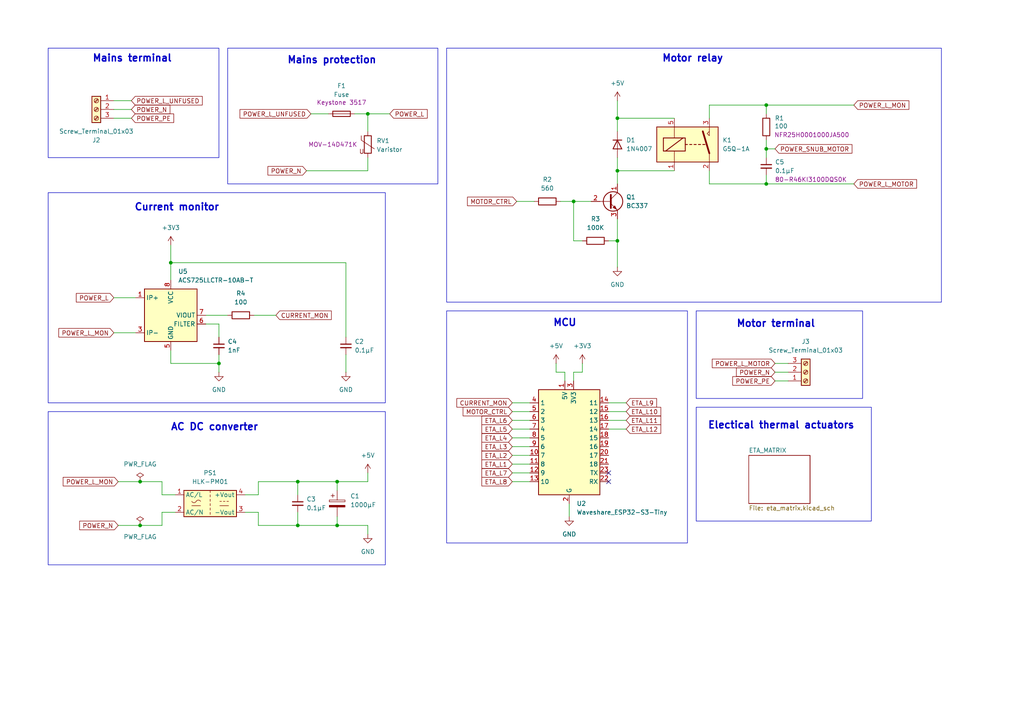
<source format=kicad_sch>
(kicad_sch
	(version 20250114)
	(generator "eeschema")
	(generator_version "9.0")
	(uuid "7f42c8c9-93b7-46f2-bb55-850effcdf72e")
	(paper "A4")
	(lib_symbols
		(symbol "Connector:Screw_Terminal_01x03"
			(pin_names
				(offset 1.016)
				(hide yes)
			)
			(exclude_from_sim no)
			(in_bom yes)
			(on_board yes)
			(property "Reference" "J"
				(at 0 5.08 0)
				(effects
					(font
						(size 1.27 1.27)
					)
				)
			)
			(property "Value" "Screw_Terminal_01x03"
				(at 0 -5.08 0)
				(effects
					(font
						(size 1.27 1.27)
					)
				)
			)
			(property "Footprint" ""
				(at 0 0 0)
				(effects
					(font
						(size 1.27 1.27)
					)
					(hide yes)
				)
			)
			(property "Datasheet" "~"
				(at 0 0 0)
				(effects
					(font
						(size 1.27 1.27)
					)
					(hide yes)
				)
			)
			(property "Description" "Generic screw terminal, single row, 01x03, script generated (kicad-library-utils/schlib/autogen/connector/)"
				(at 0 0 0)
				(effects
					(font
						(size 1.27 1.27)
					)
					(hide yes)
				)
			)
			(property "ki_keywords" "screw terminal"
				(at 0 0 0)
				(effects
					(font
						(size 1.27 1.27)
					)
					(hide yes)
				)
			)
			(property "ki_fp_filters" "TerminalBlock*:*"
				(at 0 0 0)
				(effects
					(font
						(size 1.27 1.27)
					)
					(hide yes)
				)
			)
			(symbol "Screw_Terminal_01x03_1_1"
				(rectangle
					(start -1.27 3.81)
					(end 1.27 -3.81)
					(stroke
						(width 0.254)
						(type default)
					)
					(fill
						(type background)
					)
				)
				(polyline
					(pts
						(xy -0.5334 2.8702) (xy 0.3302 2.032)
					)
					(stroke
						(width 0.1524)
						(type default)
					)
					(fill
						(type none)
					)
				)
				(polyline
					(pts
						(xy -0.5334 0.3302) (xy 0.3302 -0.508)
					)
					(stroke
						(width 0.1524)
						(type default)
					)
					(fill
						(type none)
					)
				)
				(polyline
					(pts
						(xy -0.5334 -2.2098) (xy 0.3302 -3.048)
					)
					(stroke
						(width 0.1524)
						(type default)
					)
					(fill
						(type none)
					)
				)
				(polyline
					(pts
						(xy -0.3556 3.048) (xy 0.508 2.2098)
					)
					(stroke
						(width 0.1524)
						(type default)
					)
					(fill
						(type none)
					)
				)
				(polyline
					(pts
						(xy -0.3556 0.508) (xy 0.508 -0.3302)
					)
					(stroke
						(width 0.1524)
						(type default)
					)
					(fill
						(type none)
					)
				)
				(polyline
					(pts
						(xy -0.3556 -2.032) (xy 0.508 -2.8702)
					)
					(stroke
						(width 0.1524)
						(type default)
					)
					(fill
						(type none)
					)
				)
				(circle
					(center 0 2.54)
					(radius 0.635)
					(stroke
						(width 0.1524)
						(type default)
					)
					(fill
						(type none)
					)
				)
				(circle
					(center 0 0)
					(radius 0.635)
					(stroke
						(width 0.1524)
						(type default)
					)
					(fill
						(type none)
					)
				)
				(circle
					(center 0 -2.54)
					(radius 0.635)
					(stroke
						(width 0.1524)
						(type default)
					)
					(fill
						(type none)
					)
				)
				(pin passive line
					(at -5.08 2.54 0)
					(length 3.81)
					(name "Pin_1"
						(effects
							(font
								(size 1.27 1.27)
							)
						)
					)
					(number "1"
						(effects
							(font
								(size 1.27 1.27)
							)
						)
					)
				)
				(pin passive line
					(at -5.08 0 0)
					(length 3.81)
					(name "Pin_2"
						(effects
							(font
								(size 1.27 1.27)
							)
						)
					)
					(number "2"
						(effects
							(font
								(size 1.27 1.27)
							)
						)
					)
				)
				(pin passive line
					(at -5.08 -2.54 0)
					(length 3.81)
					(name "Pin_3"
						(effects
							(font
								(size 1.27 1.27)
							)
						)
					)
					(number "3"
						(effects
							(font
								(size 1.27 1.27)
							)
						)
					)
				)
			)
			(embedded_fonts no)
		)
		(symbol "Converter_ACDC:HLK-PM01"
			(exclude_from_sim no)
			(in_bom yes)
			(on_board yes)
			(property "Reference" "PS"
				(at 0 5.08 0)
				(effects
					(font
						(size 1.27 1.27)
					)
				)
			)
			(property "Value" "HLK-PM01"
				(at 0 -5.08 0)
				(effects
					(font
						(size 1.27 1.27)
					)
				)
			)
			(property "Footprint" "Converter_ACDC:Converter_ACDC_Hi-Link_HLK-PMxx"
				(at 0 -7.62 0)
				(effects
					(font
						(size 1.27 1.27)
					)
					(hide yes)
				)
			)
			(property "Datasheet" "https://h.hlktech.com/download/ACDC%E7%94%B5%E6%BA%90%E6%A8%A1%E5%9D%973W%E7%B3%BB%E5%88%97/1/%E6%B5%B7%E5%87%8C%E7%A7%913W%E7%B3%BB%E5%88%97%E7%94%B5%E6%BA%90%E6%A8%A1%E5%9D%97%E8%A7%84%E6%A0%BC%E4%B9%A6V2.8.pdf"
				(at 10.16 -8.89 0)
				(effects
					(font
						(size 1.27 1.27)
					)
					(hide yes)
				)
			)
			(property "Description" "Compact AC/DC board mount power module 3W 5V"
				(at 0 0 0)
				(effects
					(font
						(size 1.27 1.27)
					)
					(hide yes)
				)
			)
			(property "ki_keywords" "AC/DC module power supply"
				(at 0 0 0)
				(effects
					(font
						(size 1.27 1.27)
					)
					(hide yes)
				)
			)
			(property "ki_fp_filters" "Converter*ACDC*Hi?Link*HLK?PM*"
				(at 0 0 0)
				(effects
					(font
						(size 1.27 1.27)
					)
					(hide yes)
				)
			)
			(symbol "HLK-PM01_0_1"
				(rectangle
					(start -7.62 3.81)
					(end 7.62 -3.81)
					(stroke
						(width 0.254)
						(type default)
					)
					(fill
						(type background)
					)
				)
				(polyline
					(pts
						(xy -5.334 -0.635) (xy -2.794 -0.635)
					)
					(stroke
						(width 0)
						(type default)
					)
					(fill
						(type none)
					)
				)
				(arc
					(start -4.064 0.635)
					(mid -4.699 0.2495)
					(end -5.334 0.635)
					(stroke
						(width 0)
						(type default)
					)
					(fill
						(type none)
					)
				)
				(arc
					(start -4.064 0.635)
					(mid -3.429 1.0072)
					(end -2.794 0.635)
					(stroke
						(width 0)
						(type default)
					)
					(fill
						(type none)
					)
				)
				(polyline
					(pts
						(xy 0 3.81) (xy 0 3.175)
					)
					(stroke
						(width 0)
						(type default)
					)
					(fill
						(type none)
					)
				)
				(polyline
					(pts
						(xy 0 2.54) (xy 0 1.905)
					)
					(stroke
						(width 0)
						(type default)
					)
					(fill
						(type none)
					)
				)
				(polyline
					(pts
						(xy 0 1.27) (xy 0 0.635)
					)
					(stroke
						(width 0)
						(type default)
					)
					(fill
						(type none)
					)
				)
				(polyline
					(pts
						(xy 0 0) (xy 0 -0.635)
					)
					(stroke
						(width 0)
						(type default)
					)
					(fill
						(type none)
					)
				)
				(polyline
					(pts
						(xy 0 -1.27) (xy 0 -1.905)
					)
					(stroke
						(width 0)
						(type default)
					)
					(fill
						(type none)
					)
				)
				(polyline
					(pts
						(xy 0 -2.54) (xy 0 -3.175)
					)
					(stroke
						(width 0)
						(type default)
					)
					(fill
						(type none)
					)
				)
				(polyline
					(pts
						(xy 2.794 0.635) (xy 3.302 0.635)
					)
					(stroke
						(width 0)
						(type default)
					)
					(fill
						(type none)
					)
				)
				(polyline
					(pts
						(xy 2.794 -0.635) (xy 5.334 -0.635)
					)
					(stroke
						(width 0)
						(type default)
					)
					(fill
						(type none)
					)
				)
				(polyline
					(pts
						(xy 3.81 0.635) (xy 4.318 0.635)
					)
					(stroke
						(width 0)
						(type default)
					)
					(fill
						(type none)
					)
				)
				(polyline
					(pts
						(xy 4.826 0.635) (xy 5.334 0.635)
					)
					(stroke
						(width 0)
						(type default)
					)
					(fill
						(type none)
					)
				)
			)
			(symbol "HLK-PM01_1_1"
				(pin power_in line
					(at -10.16 2.54 0)
					(length 2.54)
					(name "AC/L"
						(effects
							(font
								(size 1.27 1.27)
							)
						)
					)
					(number "1"
						(effects
							(font
								(size 1.27 1.27)
							)
						)
					)
				)
				(pin power_in line
					(at -10.16 -2.54 0)
					(length 2.54)
					(name "AC/N"
						(effects
							(font
								(size 1.27 1.27)
							)
						)
					)
					(number "2"
						(effects
							(font
								(size 1.27 1.27)
							)
						)
					)
				)
				(pin power_out line
					(at 10.16 2.54 180)
					(length 2.54)
					(name "+Vout"
						(effects
							(font
								(size 1.27 1.27)
							)
						)
					)
					(number "4"
						(effects
							(font
								(size 1.27 1.27)
							)
						)
					)
				)
				(pin power_out line
					(at 10.16 -2.54 180)
					(length 2.54)
					(name "-Vout"
						(effects
							(font
								(size 1.27 1.27)
							)
						)
					)
					(number "3"
						(effects
							(font
								(size 1.27 1.27)
							)
						)
					)
				)
			)
			(embedded_fonts no)
		)
		(symbol "Custom Symbols:Waveshare_ESP32-S3-Tiny"
			(exclude_from_sim no)
			(in_bom yes)
			(on_board yes)
			(property "Reference" "U"
				(at 6.096 31.242 0)
				(effects
					(font
						(size 1.27 1.27)
					)
					(justify left)
				)
			)
			(property "Value" "Waveshare_ESP32-S3-Tiny"
				(at 6.096 29.464 0)
				(effects
					(font
						(size 1.27 1.27)
					)
					(justify left)
				)
			)
			(property "Footprint" "Custom Footprints:Waveshare_ESP32-S3-Tiny_SMD"
				(at -0.254 -4.064 0)
				(effects
					(font
						(size 1.27 1.27)
					)
					(hide yes)
				)
			)
			(property "Datasheet" ""
				(at 1.27 2.54 0)
				(effects
					(font
						(size 1.27 1.27)
					)
					(hide yes)
				)
			)
			(property "Description" ""
				(at 1.27 2.54 0)
				(effects
					(font
						(size 1.27 1.27)
					)
					(hide yes)
				)
			)
			(symbol "Waveshare_ESP32-S3-Tiny_0_1"
				(rectangle
					(start -8.89 27.94)
					(end 8.89 -2.54)
					(stroke
						(width 0.254)
						(type default)
					)
					(fill
						(type background)
					)
				)
			)
			(symbol "Waveshare_ESP32-S3-Tiny_1_1"
				(pin bidirectional line
					(at -11.43 24.13 0)
					(length 2.54)
					(name "1"
						(effects
							(font
								(size 1.27 1.27)
							)
						)
					)
					(number "4"
						(effects
							(font
								(size 1.27 1.27)
							)
						)
					)
				)
				(pin bidirectional line
					(at -11.43 21.59 0)
					(length 2.54)
					(name "2"
						(effects
							(font
								(size 1.27 1.27)
							)
						)
					)
					(number "5"
						(effects
							(font
								(size 1.27 1.27)
							)
						)
					)
				)
				(pin bidirectional line
					(at -11.43 19.05 0)
					(length 2.54)
					(name "3"
						(effects
							(font
								(size 1.27 1.27)
							)
						)
					)
					(number "6"
						(effects
							(font
								(size 1.27 1.27)
							)
						)
					)
				)
				(pin bidirectional line
					(at -11.43 16.51 0)
					(length 2.54)
					(name "4"
						(effects
							(font
								(size 1.27 1.27)
							)
						)
					)
					(number "7"
						(effects
							(font
								(size 1.27 1.27)
							)
						)
					)
				)
				(pin bidirectional line
					(at -11.43 13.97 0)
					(length 2.54)
					(name "5"
						(effects
							(font
								(size 1.27 1.27)
							)
						)
					)
					(number "8"
						(effects
							(font
								(size 1.27 1.27)
							)
						)
					)
				)
				(pin bidirectional line
					(at -11.43 11.43 0)
					(length 2.54)
					(name "6"
						(effects
							(font
								(size 1.27 1.27)
							)
						)
					)
					(number "9"
						(effects
							(font
								(size 1.27 1.27)
							)
						)
					)
				)
				(pin bidirectional line
					(at -11.43 8.89 0)
					(length 2.54)
					(name "7"
						(effects
							(font
								(size 1.27 1.27)
							)
						)
					)
					(number "10"
						(effects
							(font
								(size 1.27 1.27)
							)
						)
					)
				)
				(pin bidirectional line
					(at -11.43 6.35 0)
					(length 2.54)
					(name "8"
						(effects
							(font
								(size 1.27 1.27)
							)
						)
					)
					(number "11"
						(effects
							(font
								(size 1.27 1.27)
							)
						)
					)
				)
				(pin bidirectional line
					(at -11.43 3.81 0)
					(length 2.54)
					(name "9"
						(effects
							(font
								(size 1.27 1.27)
							)
						)
					)
					(number "12"
						(effects
							(font
								(size 1.27 1.27)
							)
						)
					)
				)
				(pin bidirectional line
					(at -11.43 1.27 0)
					(length 2.54)
					(name "10"
						(effects
							(font
								(size 1.27 1.27)
							)
						)
					)
					(number "13"
						(effects
							(font
								(size 1.27 1.27)
							)
						)
					)
				)
				(pin power_in line
					(at -1.27 30.48 270)
					(length 2.54)
					(name "5V"
						(effects
							(font
								(size 1.27 1.27)
							)
						)
					)
					(number "1"
						(effects
							(font
								(size 1.27 1.27)
							)
						)
					)
				)
				(pin power_in line
					(at 0 -5.08 90)
					(length 2.54)
					(name "G"
						(effects
							(font
								(size 1.27 1.27)
							)
						)
					)
					(number "2"
						(effects
							(font
								(size 1.27 1.27)
							)
						)
					)
				)
				(pin power_out line
					(at 1.27 30.48 270)
					(length 2.54)
					(name "3V3"
						(effects
							(font
								(size 1.27 1.27)
							)
						)
					)
					(number "3"
						(effects
							(font
								(size 1.27 1.27)
							)
						)
					)
				)
				(pin bidirectional line
					(at 11.43 24.13 180)
					(length 2.54)
					(name "11"
						(effects
							(font
								(size 1.27 1.27)
							)
						)
					)
					(number "14"
						(effects
							(font
								(size 1.27 1.27)
							)
						)
					)
				)
				(pin bidirectional line
					(at 11.43 21.59 180)
					(length 2.54)
					(name "12"
						(effects
							(font
								(size 1.27 1.27)
							)
						)
					)
					(number "15"
						(effects
							(font
								(size 1.27 1.27)
							)
						)
					)
				)
				(pin bidirectional line
					(at 11.43 19.05 180)
					(length 2.54)
					(name "13"
						(effects
							(font
								(size 1.27 1.27)
							)
						)
					)
					(number "16"
						(effects
							(font
								(size 1.27 1.27)
							)
						)
					)
				)
				(pin bidirectional line
					(at 11.43 16.51 180)
					(length 2.54)
					(name "14"
						(effects
							(font
								(size 1.27 1.27)
							)
						)
					)
					(number "17"
						(effects
							(font
								(size 1.27 1.27)
							)
						)
					)
				)
				(pin bidirectional line
					(at 11.43 13.97 180)
					(length 2.54)
					(name "15"
						(effects
							(font
								(size 1.27 1.27)
							)
						)
					)
					(number "18"
						(effects
							(font
								(size 1.27 1.27)
							)
						)
					)
				)
				(pin bidirectional line
					(at 11.43 11.43 180)
					(length 2.54)
					(name "16"
						(effects
							(font
								(size 1.27 1.27)
							)
						)
					)
					(number "19"
						(effects
							(font
								(size 1.27 1.27)
							)
						)
					)
				)
				(pin bidirectional line
					(at 11.43 8.89 180)
					(length 2.54)
					(name "17"
						(effects
							(font
								(size 1.27 1.27)
							)
						)
					)
					(number "20"
						(effects
							(font
								(size 1.27 1.27)
							)
						)
					)
				)
				(pin bidirectional line
					(at 11.43 6.35 180)
					(length 2.54)
					(name "18"
						(effects
							(font
								(size 1.27 1.27)
							)
						)
					)
					(number "21"
						(effects
							(font
								(size 1.27 1.27)
							)
						)
					)
				)
				(pin output line
					(at 11.43 3.81 180)
					(length 2.54)
					(name "TX"
						(effects
							(font
								(size 1.27 1.27)
							)
						)
					)
					(number "23"
						(effects
							(font
								(size 1.27 1.27)
							)
						)
					)
				)
				(pin input line
					(at 11.43 1.27 180)
					(length 2.54)
					(name "RX"
						(effects
							(font
								(size 1.27 1.27)
							)
						)
					)
					(number "22"
						(effects
							(font
								(size 1.27 1.27)
							)
						)
					)
				)
			)
			(embedded_fonts no)
		)
		(symbol "Device:C_Polarized"
			(pin_numbers
				(hide yes)
			)
			(pin_names
				(offset 0.254)
			)
			(exclude_from_sim no)
			(in_bom yes)
			(on_board yes)
			(property "Reference" "C"
				(at 0.635 2.54 0)
				(effects
					(font
						(size 1.27 1.27)
					)
					(justify left)
				)
			)
			(property "Value" "C_Polarized"
				(at 0.635 -2.54 0)
				(effects
					(font
						(size 1.27 1.27)
					)
					(justify left)
				)
			)
			(property "Footprint" ""
				(at 0.9652 -3.81 0)
				(effects
					(font
						(size 1.27 1.27)
					)
					(hide yes)
				)
			)
			(property "Datasheet" "~"
				(at 0 0 0)
				(effects
					(font
						(size 1.27 1.27)
					)
					(hide yes)
				)
			)
			(property "Description" "Polarized capacitor"
				(at 0 0 0)
				(effects
					(font
						(size 1.27 1.27)
					)
					(hide yes)
				)
			)
			(property "ki_keywords" "cap capacitor"
				(at 0 0 0)
				(effects
					(font
						(size 1.27 1.27)
					)
					(hide yes)
				)
			)
			(property "ki_fp_filters" "CP_*"
				(at 0 0 0)
				(effects
					(font
						(size 1.27 1.27)
					)
					(hide yes)
				)
			)
			(symbol "C_Polarized_0_1"
				(rectangle
					(start -2.286 0.508)
					(end 2.286 1.016)
					(stroke
						(width 0)
						(type default)
					)
					(fill
						(type none)
					)
				)
				(polyline
					(pts
						(xy -1.778 2.286) (xy -0.762 2.286)
					)
					(stroke
						(width 0)
						(type default)
					)
					(fill
						(type none)
					)
				)
				(polyline
					(pts
						(xy -1.27 2.794) (xy -1.27 1.778)
					)
					(stroke
						(width 0)
						(type default)
					)
					(fill
						(type none)
					)
				)
				(rectangle
					(start 2.286 -0.508)
					(end -2.286 -1.016)
					(stroke
						(width 0)
						(type default)
					)
					(fill
						(type outline)
					)
				)
			)
			(symbol "C_Polarized_1_1"
				(pin passive line
					(at 0 3.81 270)
					(length 2.794)
					(name "~"
						(effects
							(font
								(size 1.27 1.27)
							)
						)
					)
					(number "1"
						(effects
							(font
								(size 1.27 1.27)
							)
						)
					)
				)
				(pin passive line
					(at 0 -3.81 90)
					(length 2.794)
					(name "~"
						(effects
							(font
								(size 1.27 1.27)
							)
						)
					)
					(number "2"
						(effects
							(font
								(size 1.27 1.27)
							)
						)
					)
				)
			)
			(embedded_fonts no)
		)
		(symbol "Device:C_Small"
			(pin_numbers
				(hide yes)
			)
			(pin_names
				(offset 0.254)
				(hide yes)
			)
			(exclude_from_sim no)
			(in_bom yes)
			(on_board yes)
			(property "Reference" "C"
				(at 0.254 1.778 0)
				(effects
					(font
						(size 1.27 1.27)
					)
					(justify left)
				)
			)
			(property "Value" "C_Small"
				(at 0.254 -2.032 0)
				(effects
					(font
						(size 1.27 1.27)
					)
					(justify left)
				)
			)
			(property "Footprint" ""
				(at 0 0 0)
				(effects
					(font
						(size 1.27 1.27)
					)
					(hide yes)
				)
			)
			(property "Datasheet" "~"
				(at 0 0 0)
				(effects
					(font
						(size 1.27 1.27)
					)
					(hide yes)
				)
			)
			(property "Description" "Unpolarized capacitor, small symbol"
				(at 0 0 0)
				(effects
					(font
						(size 1.27 1.27)
					)
					(hide yes)
				)
			)
			(property "ki_keywords" "capacitor cap"
				(at 0 0 0)
				(effects
					(font
						(size 1.27 1.27)
					)
					(hide yes)
				)
			)
			(property "ki_fp_filters" "C_*"
				(at 0 0 0)
				(effects
					(font
						(size 1.27 1.27)
					)
					(hide yes)
				)
			)
			(symbol "C_Small_0_1"
				(polyline
					(pts
						(xy -1.524 0.508) (xy 1.524 0.508)
					)
					(stroke
						(width 0.3048)
						(type default)
					)
					(fill
						(type none)
					)
				)
				(polyline
					(pts
						(xy -1.524 -0.508) (xy 1.524 -0.508)
					)
					(stroke
						(width 0.3302)
						(type default)
					)
					(fill
						(type none)
					)
				)
			)
			(symbol "C_Small_1_1"
				(pin passive line
					(at 0 2.54 270)
					(length 2.032)
					(name "~"
						(effects
							(font
								(size 1.27 1.27)
							)
						)
					)
					(number "1"
						(effects
							(font
								(size 1.27 1.27)
							)
						)
					)
				)
				(pin passive line
					(at 0 -2.54 90)
					(length 2.032)
					(name "~"
						(effects
							(font
								(size 1.27 1.27)
							)
						)
					)
					(number "2"
						(effects
							(font
								(size 1.27 1.27)
							)
						)
					)
				)
			)
			(embedded_fonts no)
		)
		(symbol "Device:Fuse"
			(pin_numbers
				(hide yes)
			)
			(pin_names
				(offset 0)
			)
			(exclude_from_sim no)
			(in_bom yes)
			(on_board yes)
			(property "Reference" "F"
				(at 2.032 0 90)
				(effects
					(font
						(size 1.27 1.27)
					)
				)
			)
			(property "Value" "Fuse"
				(at -1.905 0 90)
				(effects
					(font
						(size 1.27 1.27)
					)
				)
			)
			(property "Footprint" ""
				(at -1.778 0 90)
				(effects
					(font
						(size 1.27 1.27)
					)
					(hide yes)
				)
			)
			(property "Datasheet" "~"
				(at 0 0 0)
				(effects
					(font
						(size 1.27 1.27)
					)
					(hide yes)
				)
			)
			(property "Description" "Fuse"
				(at 0 0 0)
				(effects
					(font
						(size 1.27 1.27)
					)
					(hide yes)
				)
			)
			(property "ki_keywords" "fuse"
				(at 0 0 0)
				(effects
					(font
						(size 1.27 1.27)
					)
					(hide yes)
				)
			)
			(property "ki_fp_filters" "*Fuse*"
				(at 0 0 0)
				(effects
					(font
						(size 1.27 1.27)
					)
					(hide yes)
				)
			)
			(symbol "Fuse_0_1"
				(rectangle
					(start -0.762 -2.54)
					(end 0.762 2.54)
					(stroke
						(width 0.254)
						(type default)
					)
					(fill
						(type none)
					)
				)
				(polyline
					(pts
						(xy 0 2.54) (xy 0 -2.54)
					)
					(stroke
						(width 0)
						(type default)
					)
					(fill
						(type none)
					)
				)
			)
			(symbol "Fuse_1_1"
				(pin passive line
					(at 0 3.81 270)
					(length 1.27)
					(name "~"
						(effects
							(font
								(size 1.27 1.27)
							)
						)
					)
					(number "1"
						(effects
							(font
								(size 1.27 1.27)
							)
						)
					)
				)
				(pin passive line
					(at 0 -3.81 90)
					(length 1.27)
					(name "~"
						(effects
							(font
								(size 1.27 1.27)
							)
						)
					)
					(number "2"
						(effects
							(font
								(size 1.27 1.27)
							)
						)
					)
				)
			)
			(embedded_fonts no)
		)
		(symbol "Device:R"
			(pin_numbers
				(hide yes)
			)
			(pin_names
				(offset 0)
			)
			(exclude_from_sim no)
			(in_bom yes)
			(on_board yes)
			(property "Reference" "R"
				(at 2.032 0 90)
				(effects
					(font
						(size 1.27 1.27)
					)
				)
			)
			(property "Value" "R"
				(at 0 0 90)
				(effects
					(font
						(size 1.27 1.27)
					)
				)
			)
			(property "Footprint" ""
				(at -1.778 0 90)
				(effects
					(font
						(size 1.27 1.27)
					)
					(hide yes)
				)
			)
			(property "Datasheet" "~"
				(at 0 0 0)
				(effects
					(font
						(size 1.27 1.27)
					)
					(hide yes)
				)
			)
			(property "Description" "Resistor"
				(at 0 0 0)
				(effects
					(font
						(size 1.27 1.27)
					)
					(hide yes)
				)
			)
			(property "ki_keywords" "R res resistor"
				(at 0 0 0)
				(effects
					(font
						(size 1.27 1.27)
					)
					(hide yes)
				)
			)
			(property "ki_fp_filters" "R_*"
				(at 0 0 0)
				(effects
					(font
						(size 1.27 1.27)
					)
					(hide yes)
				)
			)
			(symbol "R_0_1"
				(rectangle
					(start -1.016 -2.54)
					(end 1.016 2.54)
					(stroke
						(width 0.254)
						(type default)
					)
					(fill
						(type none)
					)
				)
			)
			(symbol "R_1_1"
				(pin passive line
					(at 0 3.81 270)
					(length 1.27)
					(name "~"
						(effects
							(font
								(size 1.27 1.27)
							)
						)
					)
					(number "1"
						(effects
							(font
								(size 1.27 1.27)
							)
						)
					)
				)
				(pin passive line
					(at 0 -3.81 90)
					(length 1.27)
					(name "~"
						(effects
							(font
								(size 1.27 1.27)
							)
						)
					)
					(number "2"
						(effects
							(font
								(size 1.27 1.27)
							)
						)
					)
				)
			)
			(embedded_fonts no)
		)
		(symbol "Device:Varistor"
			(pin_numbers
				(hide yes)
			)
			(pin_names
				(offset 0)
			)
			(exclude_from_sim no)
			(in_bom yes)
			(on_board yes)
			(property "Reference" "RV"
				(at 3.175 0 90)
				(effects
					(font
						(size 1.27 1.27)
					)
				)
			)
			(property "Value" "Varistor"
				(at -3.175 0 90)
				(effects
					(font
						(size 1.27 1.27)
					)
				)
			)
			(property "Footprint" ""
				(at -1.778 0 90)
				(effects
					(font
						(size 1.27 1.27)
					)
					(hide yes)
				)
			)
			(property "Datasheet" "~"
				(at 0 0 0)
				(effects
					(font
						(size 1.27 1.27)
					)
					(hide yes)
				)
			)
			(property "Description" "Voltage dependent resistor"
				(at 0 0 0)
				(effects
					(font
						(size 1.27 1.27)
					)
					(hide yes)
				)
			)
			(property "Sim.Name" "kicad_builtin_varistor"
				(at 0 0 0)
				(effects
					(font
						(size 1.27 1.27)
					)
					(hide yes)
				)
			)
			(property "Sim.Device" "SUBCKT"
				(at 0 0 0)
				(effects
					(font
						(size 1.27 1.27)
					)
					(hide yes)
				)
			)
			(property "Sim.Pins" "1=A 2=B"
				(at 0 0 0)
				(effects
					(font
						(size 1.27 1.27)
					)
					(hide yes)
				)
			)
			(property "Sim.Params" "threshold=1k"
				(at 0 0 0)
				(effects
					(font
						(size 1.27 1.27)
					)
					(hide yes)
				)
			)
			(property "Sim.Library" "${KICAD9_SYMBOL_DIR}/Simulation_SPICE.sp"
				(at 0 0 0)
				(effects
					(font
						(size 1.27 1.27)
					)
					(hide yes)
				)
			)
			(property "ki_keywords" "VDR resistance"
				(at 0 0 0)
				(effects
					(font
						(size 1.27 1.27)
					)
					(hide yes)
				)
			)
			(property "ki_fp_filters" "RV_* Varistor*"
				(at 0 0 0)
				(effects
					(font
						(size 1.27 1.27)
					)
					(hide yes)
				)
			)
			(symbol "Varistor_0_0"
				(text "U"
					(at -1.778 -2.032 0)
					(effects
						(font
							(size 1.27 1.27)
						)
					)
				)
			)
			(symbol "Varistor_0_1"
				(polyline
					(pts
						(xy -1.905 2.54) (xy -1.905 1.27) (xy 1.905 -1.27)
					)
					(stroke
						(width 0)
						(type default)
					)
					(fill
						(type none)
					)
				)
				(rectangle
					(start -1.016 -2.54)
					(end 1.016 2.54)
					(stroke
						(width 0.254)
						(type default)
					)
					(fill
						(type none)
					)
				)
			)
			(symbol "Varistor_1_1"
				(pin passive line
					(at 0 3.81 270)
					(length 1.27)
					(name "~"
						(effects
							(font
								(size 1.27 1.27)
							)
						)
					)
					(number "1"
						(effects
							(font
								(size 1.27 1.27)
							)
						)
					)
				)
				(pin passive line
					(at 0 -3.81 90)
					(length 1.27)
					(name "~"
						(effects
							(font
								(size 1.27 1.27)
							)
						)
					)
					(number "2"
						(effects
							(font
								(size 1.27 1.27)
							)
						)
					)
				)
			)
			(embedded_fonts no)
		)
		(symbol "Diode:1N4148"
			(pin_numbers
				(hide yes)
			)
			(pin_names
				(hide yes)
			)
			(exclude_from_sim no)
			(in_bom yes)
			(on_board yes)
			(property "Reference" "D"
				(at 0 2.54 0)
				(effects
					(font
						(size 1.27 1.27)
					)
				)
			)
			(property "Value" "1N4148"
				(at 0 -2.54 0)
				(effects
					(font
						(size 1.27 1.27)
					)
				)
			)
			(property "Footprint" "Diode_THT:D_DO-35_SOD27_P7.62mm_Horizontal"
				(at 0 0 0)
				(effects
					(font
						(size 1.27 1.27)
					)
					(hide yes)
				)
			)
			(property "Datasheet" "https://assets.nexperia.com/documents/data-sheet/1N4148_1N4448.pdf"
				(at 0 0 0)
				(effects
					(font
						(size 1.27 1.27)
					)
					(hide yes)
				)
			)
			(property "Description" "100V 0.15A standard switching diode, DO-35"
				(at 0 0 0)
				(effects
					(font
						(size 1.27 1.27)
					)
					(hide yes)
				)
			)
			(property "Sim.Device" "D"
				(at 0 0 0)
				(effects
					(font
						(size 1.27 1.27)
					)
					(hide yes)
				)
			)
			(property "Sim.Pins" "1=K 2=A"
				(at 0 0 0)
				(effects
					(font
						(size 1.27 1.27)
					)
					(hide yes)
				)
			)
			(property "ki_keywords" "diode"
				(at 0 0 0)
				(effects
					(font
						(size 1.27 1.27)
					)
					(hide yes)
				)
			)
			(property "ki_fp_filters" "D*DO?35*"
				(at 0 0 0)
				(effects
					(font
						(size 1.27 1.27)
					)
					(hide yes)
				)
			)
			(symbol "1N4148_0_1"
				(polyline
					(pts
						(xy -1.27 1.27) (xy -1.27 -1.27)
					)
					(stroke
						(width 0.254)
						(type default)
					)
					(fill
						(type none)
					)
				)
				(polyline
					(pts
						(xy 1.27 1.27) (xy 1.27 -1.27) (xy -1.27 0) (xy 1.27 1.27)
					)
					(stroke
						(width 0.254)
						(type default)
					)
					(fill
						(type none)
					)
				)
				(polyline
					(pts
						(xy 1.27 0) (xy -1.27 0)
					)
					(stroke
						(width 0)
						(type default)
					)
					(fill
						(type none)
					)
				)
			)
			(symbol "1N4148_1_1"
				(pin passive line
					(at -3.81 0 0)
					(length 2.54)
					(name "K"
						(effects
							(font
								(size 1.27 1.27)
							)
						)
					)
					(number "1"
						(effects
							(font
								(size 1.27 1.27)
							)
						)
					)
				)
				(pin passive line
					(at 3.81 0 180)
					(length 2.54)
					(name "A"
						(effects
							(font
								(size 1.27 1.27)
							)
						)
					)
					(number "2"
						(effects
							(font
								(size 1.27 1.27)
							)
						)
					)
				)
			)
			(embedded_fonts no)
		)
		(symbol "Relay:G5Q-1A"
			(exclude_from_sim no)
			(in_bom yes)
			(on_board yes)
			(property "Reference" "K"
				(at 8.89 3.81 0)
				(effects
					(font
						(size 1.27 1.27)
					)
					(justify left)
				)
			)
			(property "Value" "G5Q-1A"
				(at 8.89 1.27 0)
				(effects
					(font
						(size 1.27 1.27)
					)
					(justify left)
				)
			)
			(property "Footprint" "Relay_THT:Relay_SPST_Omron-G5Q-1A"
				(at 8.89 -1.27 0)
				(effects
					(font
						(size 1.27 1.27)
					)
					(justify left)
					(hide yes)
				)
			)
			(property "Datasheet" "https://www.omron.com/ecb/products/pdf/en-g5q.pdf"
				(at 0 0 0)
				(effects
					(font
						(size 1.27 1.27)
					)
					(hide yes)
				)
			)
			(property "Description" "Omron G5Q relay, Miniature Single Pole, SPST-NO, 10A"
				(at 0 0 0)
				(effects
					(font
						(size 1.27 1.27)
					)
					(hide yes)
				)
			)
			(property "ki_keywords" "Miniature Single Pole Relay"
				(at 0 0 0)
				(effects
					(font
						(size 1.27 1.27)
					)
					(hide yes)
				)
			)
			(property "ki_fp_filters" "Relay*SPST*Omron*G5Q*"
				(at 0 0 0)
				(effects
					(font
						(size 1.27 1.27)
					)
					(hide yes)
				)
			)
			(symbol "G5Q-1A_0_0"
				(polyline
					(pts
						(xy 5.08 5.08) (xy 5.08 2.54) (xy 4.445 3.175) (xy 5.08 3.81)
					)
					(stroke
						(width 0)
						(type default)
					)
					(fill
						(type none)
					)
				)
			)
			(symbol "G5Q-1A_0_1"
				(rectangle
					(start -10.16 5.08)
					(end 7.62 -5.08)
					(stroke
						(width 0.254)
						(type default)
					)
					(fill
						(type background)
					)
				)
				(rectangle
					(start -8.255 1.905)
					(end -1.905 -1.905)
					(stroke
						(width 0.254)
						(type default)
					)
					(fill
						(type none)
					)
				)
				(polyline
					(pts
						(xy -7.62 -1.905) (xy -2.54 1.905)
					)
					(stroke
						(width 0.254)
						(type default)
					)
					(fill
						(type none)
					)
				)
				(polyline
					(pts
						(xy -5.08 5.08) (xy -5.08 1.905)
					)
					(stroke
						(width 0)
						(type default)
					)
					(fill
						(type none)
					)
				)
				(polyline
					(pts
						(xy -5.08 -5.08) (xy -5.08 -1.905)
					)
					(stroke
						(width 0)
						(type default)
					)
					(fill
						(type none)
					)
				)
				(polyline
					(pts
						(xy -1.905 0) (xy -1.27 0)
					)
					(stroke
						(width 0.254)
						(type default)
					)
					(fill
						(type none)
					)
				)
				(polyline
					(pts
						(xy -0.635 0) (xy 0 0)
					)
					(stroke
						(width 0.254)
						(type default)
					)
					(fill
						(type none)
					)
				)
				(polyline
					(pts
						(xy 0.635 0) (xy 1.27 0)
					)
					(stroke
						(width 0.254)
						(type default)
					)
					(fill
						(type none)
					)
				)
				(polyline
					(pts
						(xy 1.905 0) (xy 2.54 0)
					)
					(stroke
						(width 0.254)
						(type default)
					)
					(fill
						(type none)
					)
				)
				(polyline
					(pts
						(xy 3.175 0) (xy 3.81 0)
					)
					(stroke
						(width 0.254)
						(type default)
					)
					(fill
						(type none)
					)
				)
				(polyline
					(pts
						(xy 5.08 -2.54) (xy 3.175 3.81)
					)
					(stroke
						(width 0.508)
						(type default)
					)
					(fill
						(type none)
					)
				)
				(polyline
					(pts
						(xy 5.08 -2.54) (xy 5.08 -5.08)
					)
					(stroke
						(width 0)
						(type default)
					)
					(fill
						(type none)
					)
				)
			)
			(symbol "G5Q-1A_1_1"
				(pin passive line
					(at -5.08 7.62 270)
					(length 2.54)
					(name "~"
						(effects
							(font
								(size 1.27 1.27)
							)
						)
					)
					(number "5"
						(effects
							(font
								(size 1.27 1.27)
							)
						)
					)
				)
				(pin passive line
					(at -5.08 -7.62 90)
					(length 2.54)
					(name "~"
						(effects
							(font
								(size 1.27 1.27)
							)
						)
					)
					(number "1"
						(effects
							(font
								(size 1.27 1.27)
							)
						)
					)
				)
				(pin passive line
					(at 5.08 7.62 270)
					(length 2.54)
					(name "~"
						(effects
							(font
								(size 1.27 1.27)
							)
						)
					)
					(number "3"
						(effects
							(font
								(size 1.27 1.27)
							)
						)
					)
				)
				(pin passive line
					(at 5.08 -7.62 90)
					(length 2.54)
					(name "~"
						(effects
							(font
								(size 1.27 1.27)
							)
						)
					)
					(number "2"
						(effects
							(font
								(size 1.27 1.27)
							)
						)
					)
				)
			)
			(embedded_fonts no)
		)
		(symbol "Sensor_Current:ACS724xLCTR-05AB"
			(exclude_from_sim no)
			(in_bom yes)
			(on_board yes)
			(property "Reference" "U"
				(at 2.54 11.43 0)
				(effects
					(font
						(size 1.27 1.27)
					)
					(justify left)
				)
			)
			(property "Value" "ACS724xLCTR-05AB"
				(at 2.54 8.89 0)
				(effects
					(font
						(size 1.27 1.27)
					)
					(justify left)
				)
			)
			(property "Footprint" "Package_SO:SOIC-8_3.9x4.9mm_P1.27mm"
				(at 2.54 -8.89 0)
				(effects
					(font
						(size 1.27 1.27)
						(italic yes)
					)
					(justify left)
					(hide yes)
				)
			)
			(property "Datasheet" "http://www.allegromicro.com/~/media/Files/Datasheets/ACS724-Datasheet.ashx?la=en"
				(at 0 0 0)
				(effects
					(font
						(size 1.27 1.27)
					)
					(hide yes)
				)
			)
			(property "Description" "±5A Bidirectional Hall-Effect Current Sensor, +5.0V supply, 400mV/A, SOIC-8"
				(at 0 0 0)
				(effects
					(font
						(size 1.27 1.27)
					)
					(hide yes)
				)
			)
			(property "ki_keywords" "hall effect current monitor sensor isolated"
				(at 0 0 0)
				(effects
					(font
						(size 1.27 1.27)
					)
					(hide yes)
				)
			)
			(property "ki_fp_filters" "SOIC*3.9x4.9m*P1.27mm*"
				(at 0 0 0)
				(effects
					(font
						(size 1.27 1.27)
					)
					(hide yes)
				)
			)
			(symbol "ACS724xLCTR-05AB_0_1"
				(rectangle
					(start -7.62 7.62)
					(end 7.62 -7.62)
					(stroke
						(width 0.254)
						(type default)
					)
					(fill
						(type background)
					)
				)
			)
			(symbol "ACS724xLCTR-05AB_1_1"
				(pin passive line
					(at -10.16 5.08 0)
					(length 2.54)
					(name "IP+"
						(effects
							(font
								(size 1.27 1.27)
							)
						)
					)
					(number "1"
						(effects
							(font
								(size 1.27 1.27)
							)
						)
					)
				)
				(pin passive line
					(at -10.16 5.08 0)
					(length 2.54)
					(hide yes)
					(name "IP+"
						(effects
							(font
								(size 1.27 1.27)
							)
						)
					)
					(number "2"
						(effects
							(font
								(size 1.27 1.27)
							)
						)
					)
				)
				(pin passive line
					(at -10.16 -5.08 0)
					(length 2.54)
					(name "IP-"
						(effects
							(font
								(size 1.27 1.27)
							)
						)
					)
					(number "3"
						(effects
							(font
								(size 1.27 1.27)
							)
						)
					)
				)
				(pin passive line
					(at -10.16 -5.08 0)
					(length 2.54)
					(hide yes)
					(name "IP-"
						(effects
							(font
								(size 1.27 1.27)
							)
						)
					)
					(number "4"
						(effects
							(font
								(size 1.27 1.27)
							)
						)
					)
				)
				(pin power_in line
					(at 0 10.16 270)
					(length 2.54)
					(name "VCC"
						(effects
							(font
								(size 1.27 1.27)
							)
						)
					)
					(number "8"
						(effects
							(font
								(size 1.27 1.27)
							)
						)
					)
				)
				(pin power_in line
					(at 0 -10.16 90)
					(length 2.54)
					(name "GND"
						(effects
							(font
								(size 1.27 1.27)
							)
						)
					)
					(number "5"
						(effects
							(font
								(size 1.27 1.27)
							)
						)
					)
				)
				(pin output line
					(at 10.16 0 180)
					(length 2.54)
					(name "VIOUT"
						(effects
							(font
								(size 1.27 1.27)
							)
						)
					)
					(number "7"
						(effects
							(font
								(size 1.27 1.27)
							)
						)
					)
				)
				(pin passive line
					(at 10.16 -2.54 180)
					(length 2.54)
					(name "FILTER"
						(effects
							(font
								(size 1.27 1.27)
							)
						)
					)
					(number "6"
						(effects
							(font
								(size 1.27 1.27)
							)
						)
					)
				)
			)
			(embedded_fonts no)
		)
		(symbol "Transistor_BJT:BC337"
			(pin_names
				(offset 0)
				(hide yes)
			)
			(exclude_from_sim no)
			(in_bom yes)
			(on_board yes)
			(property "Reference" "Q"
				(at 5.08 1.905 0)
				(effects
					(font
						(size 1.27 1.27)
					)
					(justify left)
				)
			)
			(property "Value" "BC337"
				(at 5.08 0 0)
				(effects
					(font
						(size 1.27 1.27)
					)
					(justify left)
				)
			)
			(property "Footprint" "Package_TO_SOT_THT:TO-92_Inline"
				(at 5.08 -1.905 0)
				(effects
					(font
						(size 1.27 1.27)
						(italic yes)
					)
					(justify left)
					(hide yes)
				)
			)
			(property "Datasheet" "https://diotec.com/tl_files/diotec/files/pdf/datasheets/bc337.pdf"
				(at 0 0 0)
				(effects
					(font
						(size 1.27 1.27)
					)
					(justify left)
					(hide yes)
				)
			)
			(property "Description" "0.8A Ic, 45V Vce, NPN Transistor, TO-92"
				(at 0 0 0)
				(effects
					(font
						(size 1.27 1.27)
					)
					(hide yes)
				)
			)
			(property "ki_keywords" "NPN Transistor"
				(at 0 0 0)
				(effects
					(font
						(size 1.27 1.27)
					)
					(hide yes)
				)
			)
			(property "ki_fp_filters" "TO?92*"
				(at 0 0 0)
				(effects
					(font
						(size 1.27 1.27)
					)
					(hide yes)
				)
			)
			(symbol "BC337_0_1"
				(polyline
					(pts
						(xy -2.54 0) (xy 0.635 0)
					)
					(stroke
						(width 0)
						(type default)
					)
					(fill
						(type none)
					)
				)
				(polyline
					(pts
						(xy 0.635 1.905) (xy 0.635 -1.905)
					)
					(stroke
						(width 0.508)
						(type default)
					)
					(fill
						(type none)
					)
				)
				(circle
					(center 1.27 0)
					(radius 2.8194)
					(stroke
						(width 0.254)
						(type default)
					)
					(fill
						(type none)
					)
				)
			)
			(symbol "BC337_1_1"
				(polyline
					(pts
						(xy 0.635 0.635) (xy 2.54 2.54)
					)
					(stroke
						(width 0)
						(type default)
					)
					(fill
						(type none)
					)
				)
				(polyline
					(pts
						(xy 0.635 -0.635) (xy 2.54 -2.54)
					)
					(stroke
						(width 0)
						(type default)
					)
					(fill
						(type none)
					)
				)
				(polyline
					(pts
						(xy 1.27 -1.778) (xy 1.778 -1.27) (xy 2.286 -2.286) (xy 1.27 -1.778)
					)
					(stroke
						(width 0)
						(type default)
					)
					(fill
						(type outline)
					)
				)
				(pin input line
					(at -5.08 0 0)
					(length 2.54)
					(name "B"
						(effects
							(font
								(size 1.27 1.27)
							)
						)
					)
					(number "2"
						(effects
							(font
								(size 1.27 1.27)
							)
						)
					)
				)
				(pin passive line
					(at 2.54 5.08 270)
					(length 2.54)
					(name "C"
						(effects
							(font
								(size 1.27 1.27)
							)
						)
					)
					(number "1"
						(effects
							(font
								(size 1.27 1.27)
							)
						)
					)
				)
				(pin passive line
					(at 2.54 -5.08 90)
					(length 2.54)
					(name "E"
						(effects
							(font
								(size 1.27 1.27)
							)
						)
					)
					(number "3"
						(effects
							(font
								(size 1.27 1.27)
							)
						)
					)
				)
			)
			(embedded_fonts no)
		)
		(symbol "power:+5V"
			(power)
			(pin_numbers
				(hide yes)
			)
			(pin_names
				(offset 0)
				(hide yes)
			)
			(exclude_from_sim no)
			(in_bom yes)
			(on_board yes)
			(property "Reference" "#PWR"
				(at 0 -3.81 0)
				(effects
					(font
						(size 1.27 1.27)
					)
					(hide yes)
				)
			)
			(property "Value" "+5V"
				(at 0 3.556 0)
				(effects
					(font
						(size 1.27 1.27)
					)
				)
			)
			(property "Footprint" ""
				(at 0 0 0)
				(effects
					(font
						(size 1.27 1.27)
					)
					(hide yes)
				)
			)
			(property "Datasheet" ""
				(at 0 0 0)
				(effects
					(font
						(size 1.27 1.27)
					)
					(hide yes)
				)
			)
			(property "Description" "Power symbol creates a global label with name \"+5V\""
				(at 0 0 0)
				(effects
					(font
						(size 1.27 1.27)
					)
					(hide yes)
				)
			)
			(property "ki_keywords" "global power"
				(at 0 0 0)
				(effects
					(font
						(size 1.27 1.27)
					)
					(hide yes)
				)
			)
			(symbol "+5V_0_1"
				(polyline
					(pts
						(xy -0.762 1.27) (xy 0 2.54)
					)
					(stroke
						(width 0)
						(type default)
					)
					(fill
						(type none)
					)
				)
				(polyline
					(pts
						(xy 0 2.54) (xy 0.762 1.27)
					)
					(stroke
						(width 0)
						(type default)
					)
					(fill
						(type none)
					)
				)
				(polyline
					(pts
						(xy 0 0) (xy 0 2.54)
					)
					(stroke
						(width 0)
						(type default)
					)
					(fill
						(type none)
					)
				)
			)
			(symbol "+5V_1_1"
				(pin power_in line
					(at 0 0 90)
					(length 0)
					(name "~"
						(effects
							(font
								(size 1.27 1.27)
							)
						)
					)
					(number "1"
						(effects
							(font
								(size 1.27 1.27)
							)
						)
					)
				)
			)
			(embedded_fonts no)
		)
		(symbol "power:GND"
			(power)
			(pin_numbers
				(hide yes)
			)
			(pin_names
				(offset 0)
				(hide yes)
			)
			(exclude_from_sim no)
			(in_bom yes)
			(on_board yes)
			(property "Reference" "#PWR"
				(at 0 -6.35 0)
				(effects
					(font
						(size 1.27 1.27)
					)
					(hide yes)
				)
			)
			(property "Value" "GND"
				(at 0 -3.81 0)
				(effects
					(font
						(size 1.27 1.27)
					)
				)
			)
			(property "Footprint" ""
				(at 0 0 0)
				(effects
					(font
						(size 1.27 1.27)
					)
					(hide yes)
				)
			)
			(property "Datasheet" ""
				(at 0 0 0)
				(effects
					(font
						(size 1.27 1.27)
					)
					(hide yes)
				)
			)
			(property "Description" "Power symbol creates a global label with name \"GND\" , ground"
				(at 0 0 0)
				(effects
					(font
						(size 1.27 1.27)
					)
					(hide yes)
				)
			)
			(property "ki_keywords" "global power"
				(at 0 0 0)
				(effects
					(font
						(size 1.27 1.27)
					)
					(hide yes)
				)
			)
			(symbol "GND_0_1"
				(polyline
					(pts
						(xy 0 0) (xy 0 -1.27) (xy 1.27 -1.27) (xy 0 -2.54) (xy -1.27 -1.27) (xy 0 -1.27)
					)
					(stroke
						(width 0)
						(type default)
					)
					(fill
						(type none)
					)
				)
			)
			(symbol "GND_1_1"
				(pin power_in line
					(at 0 0 270)
					(length 0)
					(name "~"
						(effects
							(font
								(size 1.27 1.27)
							)
						)
					)
					(number "1"
						(effects
							(font
								(size 1.27 1.27)
							)
						)
					)
				)
			)
			(embedded_fonts no)
		)
		(symbol "power:PWR_FLAG"
			(power)
			(pin_numbers
				(hide yes)
			)
			(pin_names
				(offset 0)
				(hide yes)
			)
			(exclude_from_sim no)
			(in_bom yes)
			(on_board yes)
			(property "Reference" "#FLG"
				(at 0 1.905 0)
				(effects
					(font
						(size 1.27 1.27)
					)
					(hide yes)
				)
			)
			(property "Value" "PWR_FLAG"
				(at 0 3.81 0)
				(effects
					(font
						(size 1.27 1.27)
					)
				)
			)
			(property "Footprint" ""
				(at 0 0 0)
				(effects
					(font
						(size 1.27 1.27)
					)
					(hide yes)
				)
			)
			(property "Datasheet" "~"
				(at 0 0 0)
				(effects
					(font
						(size 1.27 1.27)
					)
					(hide yes)
				)
			)
			(property "Description" "Special symbol for telling ERC where power comes from"
				(at 0 0 0)
				(effects
					(font
						(size 1.27 1.27)
					)
					(hide yes)
				)
			)
			(property "ki_keywords" "flag power"
				(at 0 0 0)
				(effects
					(font
						(size 1.27 1.27)
					)
					(hide yes)
				)
			)
			(symbol "PWR_FLAG_0_0"
				(pin power_out line
					(at 0 0 90)
					(length 0)
					(name "~"
						(effects
							(font
								(size 1.27 1.27)
							)
						)
					)
					(number "1"
						(effects
							(font
								(size 1.27 1.27)
							)
						)
					)
				)
			)
			(symbol "PWR_FLAG_0_1"
				(polyline
					(pts
						(xy 0 0) (xy 0 1.27) (xy -1.016 1.905) (xy 0 2.54) (xy 1.016 1.905) (xy 0 1.27)
					)
					(stroke
						(width 0)
						(type default)
					)
					(fill
						(type none)
					)
				)
			)
			(embedded_fonts no)
		)
	)
	(rectangle
		(start 201.93 118.11)
		(end 252.73 151.13)
		(stroke
			(width 0)
			(type default)
		)
		(fill
			(type none)
		)
		(uuid 08083758-48e5-45fe-9fc6-374578c7ee6d)
	)
	(rectangle
		(start 201.93 90.17)
		(end 250.19 115.57)
		(stroke
			(width 0)
			(type default)
		)
		(fill
			(type none)
		)
		(uuid 0d8191d7-e6a8-4258-84b7-a5db628988d9)
	)
	(rectangle
		(start 13.97 13.97)
		(end 63.5 45.72)
		(stroke
			(width 0)
			(type default)
		)
		(fill
			(type none)
		)
		(uuid 11cdb64b-ad3b-4f4e-9b01-7fdb1b9122e8)
	)
	(rectangle
		(start 66.04 13.97)
		(end 127 53.34)
		(stroke
			(width 0)
			(type default)
		)
		(fill
			(type none)
		)
		(uuid 1cd9906c-36ca-42e5-bb1d-866dbcd72c1b)
	)
	(rectangle
		(start 13.97 119.38)
		(end 111.76 163.83)
		(stroke
			(width 0)
			(type default)
		)
		(fill
			(type none)
		)
		(uuid 3c0d338d-3ea3-4052-8109-d05c9ac30e91)
	)
	(rectangle
		(start 13.97 55.88)
		(end 111.76 116.84)
		(stroke
			(width 0)
			(type default)
		)
		(fill
			(type none)
		)
		(uuid 3fab06cc-aec1-4922-813d-fecd599deafa)
	)
	(rectangle
		(start 129.54 13.97)
		(end 273.05 87.63)
		(stroke
			(width 0)
			(type default)
		)
		(fill
			(type none)
		)
		(uuid dae4faac-42f9-425c-8eaf-59c22ab61f69)
	)
	(rectangle
		(start 129.54 90.17)
		(end 199.39 157.48)
		(stroke
			(width 0)
			(type default)
		)
		(fill
			(type none)
		)
		(uuid dfd9e0b0-b8ce-40e5-b046-2630445017c1)
	)
	(text "Mains protection"
		(exclude_from_sim no)
		(at 96.266 17.526 0)
		(effects
			(font
				(size 2.032 2.032)
				(thickness 0.4064)
				(bold yes)
			)
		)
		(uuid "0c7d65ef-e8b3-4aee-89fc-099c4645798c")
	)
	(text "MCU"
		(exclude_from_sim no)
		(at 163.83 93.726 0)
		(effects
			(font
				(size 2.032 2.032)
				(thickness 0.4064)
				(bold yes)
			)
		)
		(uuid "31537dc5-0590-4ba7-9dbf-ff61f51e6f87")
	)
	(text "Electical thermal actuators"
		(exclude_from_sim no)
		(at 226.568 123.444 0)
		(effects
			(font
				(size 2.032 2.032)
				(thickness 0.4064)
				(bold yes)
			)
		)
		(uuid "67d1817a-95a1-4ba7-9e7d-e2bdbf3f1723")
	)
	(text "Mains terminal"
		(exclude_from_sim no)
		(at 38.354 17.018 0)
		(effects
			(font
				(size 2.032 2.032)
				(thickness 0.4064)
				(bold yes)
			)
		)
		(uuid "8287cd40-4f97-414f-a4da-607ac9911e1c")
	)
	(text "Current monitor"
		(exclude_from_sim no)
		(at 51.308 60.198 0)
		(effects
			(font
				(size 2.032 2.032)
				(thickness 0.4064)
				(bold yes)
			)
		)
		(uuid "a57bc2c1-9e91-4ff8-a58d-89613c73b9b9")
	)
	(text "Motor terminal"
		(exclude_from_sim no)
		(at 225.044 93.98 0)
		(effects
			(font
				(size 2.032 2.032)
				(thickness 0.4064)
				(bold yes)
			)
		)
		(uuid "adac73a6-4c00-439d-9b31-6f972ead4201")
	)
	(text "Motor relay"
		(exclude_from_sim no)
		(at 200.914 17.018 0)
		(effects
			(font
				(size 2.032 2.032)
				(thickness 0.4064)
				(bold yes)
			)
		)
		(uuid "b87ade6d-640f-48dc-a61b-3903505e7b1a")
	)
	(text "AC DC converter"
		(exclude_from_sim no)
		(at 62.23 123.952 0)
		(effects
			(font
				(size 2.032 2.032)
				(thickness 0.4064)
				(bold yes)
			)
		)
		(uuid "c26957c2-eb37-42f2-ac0e-ecea60d2c3df")
	)
	(junction
		(at 86.36 139.7)
		(diameter 0)
		(color 0 0 0 0)
		(uuid "167902ec-3965-430f-bc9b-e1a4f3632295")
	)
	(junction
		(at 179.07 34.29)
		(diameter 0)
		(color 0 0 0 0)
		(uuid "52be0bc9-d61d-4827-a517-181631dcb88d")
	)
	(junction
		(at 86.36 152.4)
		(diameter 0)
		(color 0 0 0 0)
		(uuid "622af32b-4a89-41cb-83f5-824402ae822c")
	)
	(junction
		(at 222.25 30.48)
		(diameter 0)
		(color 0 0 0 0)
		(uuid "631e5bc5-9c4a-4329-8fe0-140c11c27fb3")
	)
	(junction
		(at 49.53 76.2)
		(diameter 0)
		(color 0 0 0 0)
		(uuid "83575192-c16d-4a1e-88bf-ff5a31ea7bb8")
	)
	(junction
		(at 40.64 152.4)
		(diameter 0)
		(color 0 0 0 0)
		(uuid "838ca084-30c5-4e64-b81c-4a80edf0f5b2")
	)
	(junction
		(at 222.25 43.18)
		(diameter 0)
		(color 0 0 0 0)
		(uuid "8eff1301-eb0a-4c52-bad3-513c9f91cec0")
	)
	(junction
		(at 40.64 139.7)
		(diameter 0)
		(color 0 0 0 0)
		(uuid "940e4f9d-df0a-4473-8793-d2f01235f218")
	)
	(junction
		(at 63.5 105.41)
		(diameter 0)
		(color 0 0 0 0)
		(uuid "964cb24b-8bde-46e7-b7b3-bc4fdd0cb14e")
	)
	(junction
		(at 166.37 58.42)
		(diameter 0)
		(color 0 0 0 0)
		(uuid "9e970647-e753-46f9-96b6-5215e597fb16")
	)
	(junction
		(at 179.07 69.85)
		(diameter 0)
		(color 0 0 0 0)
		(uuid "b03fab8a-1d9d-4b89-addf-dd2962435540")
	)
	(junction
		(at 97.79 139.7)
		(diameter 0)
		(color 0 0 0 0)
		(uuid "b23a8171-c836-4984-9359-f538c074bb67")
	)
	(junction
		(at 97.79 152.4)
		(diameter 0)
		(color 0 0 0 0)
		(uuid "b4dc7eed-8535-451b-ad9d-9598ed60535c")
	)
	(junction
		(at 106.68 33.02)
		(diameter 0)
		(color 0 0 0 0)
		(uuid "cead7839-ea39-400f-a40c-22c7b742559f")
	)
	(junction
		(at 222.25 53.34)
		(diameter 0)
		(color 0 0 0 0)
		(uuid "e32d90c1-b5e5-4571-bff2-b4871f0b2bb5")
	)
	(junction
		(at 179.07 49.53)
		(diameter 0)
		(color 0 0 0 0)
		(uuid "eeeba253-a20a-4635-b39b-e88ca23da908")
	)
	(no_connect
		(at 176.53 137.16)
		(uuid "d44079f9-6640-41b6-9635-fa0b1a4828fc")
	)
	(no_connect
		(at 176.53 139.7)
		(uuid "f6e894e0-9ca6-42aa-b31e-743ec13573d2")
	)
	(wire
		(pts
			(xy 162.56 58.42) (xy 166.37 58.42)
		)
		(stroke
			(width 0)
			(type default)
		)
		(uuid "01c09072-73f3-433a-9cd0-90ad8ce441f7")
	)
	(wire
		(pts
			(xy 222.25 53.34) (xy 247.65 53.34)
		)
		(stroke
			(width 0)
			(type default)
		)
		(uuid "048b45e9-a8e9-446c-808e-639b2ca97f87")
	)
	(wire
		(pts
			(xy 163.83 107.95) (xy 163.83 110.49)
		)
		(stroke
			(width 0)
			(type default)
		)
		(uuid "049db6f5-91f4-4302-a465-70bf52b91919")
	)
	(wire
		(pts
			(xy 74.93 148.59) (xy 71.12 148.59)
		)
		(stroke
			(width 0)
			(type default)
		)
		(uuid "054f723e-46d0-45b5-9da1-d5d7dc0fdb98")
	)
	(wire
		(pts
			(xy 49.53 76.2) (xy 49.53 81.28)
		)
		(stroke
			(width 0)
			(type default)
		)
		(uuid "0769c9e1-ab59-44e0-9c56-c31d61c11ced")
	)
	(wire
		(pts
			(xy 222.25 40.64) (xy 222.25 43.18)
		)
		(stroke
			(width 0)
			(type default)
		)
		(uuid "07809411-8d1a-4725-ab6e-0421fed7def6")
	)
	(wire
		(pts
			(xy 195.58 49.53) (xy 179.07 49.53)
		)
		(stroke
			(width 0)
			(type default)
		)
		(uuid "09bec97b-87e6-44e6-952f-606af1e7aaf7")
	)
	(wire
		(pts
			(xy 181.61 124.46) (xy 176.53 124.46)
		)
		(stroke
			(width 0)
			(type default)
		)
		(uuid "0a3fd919-99ea-4c00-829c-100fd97001a1")
	)
	(wire
		(pts
			(xy 106.68 152.4) (xy 106.68 154.94)
		)
		(stroke
			(width 0)
			(type default)
		)
		(uuid "0d3afe76-42e4-45ce-a515-8a69c02cefe7")
	)
	(wire
		(pts
			(xy 74.93 139.7) (xy 86.36 139.7)
		)
		(stroke
			(width 0)
			(type default)
		)
		(uuid "14a31c81-6cdc-489f-b814-fa2e5fec2405")
	)
	(wire
		(pts
			(xy 181.61 121.92) (xy 176.53 121.92)
		)
		(stroke
			(width 0)
			(type default)
		)
		(uuid "168ce0e7-9379-4626-8599-ac2acacd809b")
	)
	(wire
		(pts
			(xy 74.93 152.4) (xy 74.93 148.59)
		)
		(stroke
			(width 0)
			(type default)
		)
		(uuid "18410323-16a4-44a4-99ff-0e9a72fa3e86")
	)
	(wire
		(pts
			(xy 148.59 129.54) (xy 153.67 129.54)
		)
		(stroke
			(width 0)
			(type default)
		)
		(uuid "1e4fcbd8-bc17-4dbd-8bab-42b48ccfcc62")
	)
	(wire
		(pts
			(xy 179.07 63.5) (xy 179.07 69.85)
		)
		(stroke
			(width 0)
			(type default)
		)
		(uuid "20122720-4950-4506-9300-b16764e93898")
	)
	(wire
		(pts
			(xy 222.25 30.48) (xy 247.65 30.48)
		)
		(stroke
			(width 0)
			(type default)
		)
		(uuid "21529fce-6595-46f6-aa81-525202e9e1b3")
	)
	(wire
		(pts
			(xy 148.59 132.08) (xy 153.67 132.08)
		)
		(stroke
			(width 0)
			(type default)
		)
		(uuid "26b5f2ae-2c7a-4ba1-aabc-6e7c30558bb3")
	)
	(wire
		(pts
			(xy 222.25 30.48) (xy 222.25 33.02)
		)
		(stroke
			(width 0)
			(type default)
		)
		(uuid "26fc5656-9def-4cdb-86d9-66de0a3a9885")
	)
	(wire
		(pts
			(xy 148.59 127) (xy 153.67 127)
		)
		(stroke
			(width 0)
			(type default)
		)
		(uuid "27151c2a-5886-4afe-aaa7-2f92c1ac2264")
	)
	(wire
		(pts
			(xy 148.59 137.16) (xy 153.67 137.16)
		)
		(stroke
			(width 0)
			(type default)
		)
		(uuid "28eeb04c-2eb1-41fb-ae42-dad3776fad41")
	)
	(wire
		(pts
			(xy 161.29 105.41) (xy 161.29 107.95)
		)
		(stroke
			(width 0)
			(type default)
		)
		(uuid "2979280c-7386-4ec9-9788-dd57e7927a7c")
	)
	(wire
		(pts
			(xy 97.79 152.4) (xy 106.68 152.4)
		)
		(stroke
			(width 0)
			(type default)
		)
		(uuid "348f1bbf-3524-494f-87e5-e2707fcf82c8")
	)
	(wire
		(pts
			(xy 86.36 139.7) (xy 86.36 143.51)
		)
		(stroke
			(width 0)
			(type default)
		)
		(uuid "34a93a7f-d5dc-4bb1-a15d-748c2c871dfd")
	)
	(wire
		(pts
			(xy 97.79 139.7) (xy 106.68 139.7)
		)
		(stroke
			(width 0)
			(type default)
		)
		(uuid "372586e2-0361-4346-9215-b266af9ecfb9")
	)
	(wire
		(pts
			(xy 63.5 105.41) (xy 63.5 107.95)
		)
		(stroke
			(width 0)
			(type default)
		)
		(uuid "3739d2bd-ba10-4378-aa2b-8e2500d1108a")
	)
	(wire
		(pts
			(xy 168.91 105.41) (xy 168.91 107.95)
		)
		(stroke
			(width 0)
			(type default)
		)
		(uuid "3848b825-8d02-4a44-a99f-3538aa9852bb")
	)
	(wire
		(pts
			(xy 148.59 116.84) (xy 153.67 116.84)
		)
		(stroke
			(width 0)
			(type default)
		)
		(uuid "3a249da8-505f-4e40-a5cb-a99a9ae78e69")
	)
	(wire
		(pts
			(xy 148.59 121.92) (xy 153.67 121.92)
		)
		(stroke
			(width 0)
			(type default)
		)
		(uuid "3b6e4deb-ea34-4678-8cd3-63bd7ad7be55")
	)
	(wire
		(pts
			(xy 86.36 152.4) (xy 97.79 152.4)
		)
		(stroke
			(width 0)
			(type default)
		)
		(uuid "3ba84678-bf00-4dfd-a97c-40110dd8bb0c")
	)
	(wire
		(pts
			(xy 46.99 152.4) (xy 46.99 148.59)
		)
		(stroke
			(width 0)
			(type default)
		)
		(uuid "3c9ef125-68a1-453f-a970-24459ab5cb70")
	)
	(wire
		(pts
			(xy 166.37 58.42) (xy 171.45 58.42)
		)
		(stroke
			(width 0)
			(type default)
		)
		(uuid "44ce7226-7c5c-4d77-8abd-948095e09760")
	)
	(wire
		(pts
			(xy 181.61 116.84) (xy 176.53 116.84)
		)
		(stroke
			(width 0)
			(type default)
		)
		(uuid "4593a126-1d74-4490-ac91-579b2864d70b")
	)
	(wire
		(pts
			(xy 179.07 45.72) (xy 179.07 49.53)
		)
		(stroke
			(width 0)
			(type default)
		)
		(uuid "46723324-5381-488e-a8a8-ac821a383af0")
	)
	(wire
		(pts
			(xy 88.9 49.53) (xy 106.68 49.53)
		)
		(stroke
			(width 0)
			(type default)
		)
		(uuid "5036a52e-37d8-4fd6-a141-edd051e8a927")
	)
	(wire
		(pts
			(xy 97.79 139.7) (xy 97.79 142.24)
		)
		(stroke
			(width 0)
			(type default)
		)
		(uuid "51a0dff3-d98f-4edf-b814-dd3d461a693a")
	)
	(wire
		(pts
			(xy 49.53 105.41) (xy 63.5 105.41)
		)
		(stroke
			(width 0)
			(type default)
		)
		(uuid "55d93f60-ebe4-4c7c-a0bd-1a0d211ef245")
	)
	(wire
		(pts
			(xy 106.68 33.02) (xy 106.68 38.1)
		)
		(stroke
			(width 0)
			(type default)
		)
		(uuid "58308aaf-17c6-4b76-9671-8242d6d5819f")
	)
	(wire
		(pts
			(xy 86.36 139.7) (xy 97.79 139.7)
		)
		(stroke
			(width 0)
			(type default)
		)
		(uuid "639b0deb-404c-4dde-a33b-207d794a2730")
	)
	(wire
		(pts
			(xy 106.68 139.7) (xy 106.68 137.16)
		)
		(stroke
			(width 0)
			(type default)
		)
		(uuid "646df5e9-ada0-4175-bf38-14e3b53171a9")
	)
	(wire
		(pts
			(xy 224.79 107.95) (xy 228.6 107.95)
		)
		(stroke
			(width 0)
			(type default)
		)
		(uuid "66962ca9-1031-4085-9892-3279cf1bd788")
	)
	(wire
		(pts
			(xy 33.02 34.29) (xy 38.1 34.29)
		)
		(stroke
			(width 0)
			(type default)
		)
		(uuid "681020b8-8599-48de-9c66-046f02a7750c")
	)
	(wire
		(pts
			(xy 106.68 49.53) (xy 106.68 45.72)
		)
		(stroke
			(width 0)
			(type default)
		)
		(uuid "6831c9f9-2438-4454-95eb-42276ca2f135")
	)
	(wire
		(pts
			(xy 34.29 139.7) (xy 40.64 139.7)
		)
		(stroke
			(width 0)
			(type default)
		)
		(uuid "6e4904c5-6383-4fde-a0f6-412ce90948e5")
	)
	(wire
		(pts
			(xy 33.02 31.75) (xy 38.1 31.75)
		)
		(stroke
			(width 0)
			(type default)
		)
		(uuid "6f567793-65fe-47ad-a83d-7456598688ad")
	)
	(wire
		(pts
			(xy 97.79 152.4) (xy 97.79 149.86)
		)
		(stroke
			(width 0)
			(type default)
		)
		(uuid "720b7fcd-d52b-42d7-97fe-d6f9633f7c73")
	)
	(wire
		(pts
			(xy 33.02 86.36) (xy 39.37 86.36)
		)
		(stroke
			(width 0)
			(type default)
		)
		(uuid "7283b352-9f52-4861-8776-01adc739f122")
	)
	(wire
		(pts
			(xy 179.07 49.53) (xy 179.07 53.34)
		)
		(stroke
			(width 0)
			(type default)
		)
		(uuid "738be0d0-503c-4413-9d7f-4e0cfdc9b7f1")
	)
	(wire
		(pts
			(xy 46.99 143.51) (xy 50.8 143.51)
		)
		(stroke
			(width 0)
			(type default)
		)
		(uuid "7675ec5e-ca9f-4649-85bf-d4f00d927209")
	)
	(wire
		(pts
			(xy 181.61 119.38) (xy 176.53 119.38)
		)
		(stroke
			(width 0)
			(type default)
		)
		(uuid "78a40541-ab67-4c63-ad67-f91482232b3c")
	)
	(wire
		(pts
			(xy 165.1 146.05) (xy 165.1 149.86)
		)
		(stroke
			(width 0)
			(type default)
		)
		(uuid "8308b934-a192-4a6d-8834-c5bf55280b58")
	)
	(wire
		(pts
			(xy 148.59 124.46) (xy 153.67 124.46)
		)
		(stroke
			(width 0)
			(type default)
		)
		(uuid "85c36217-e0d9-4975-a3d8-6f3de410aff5")
	)
	(wire
		(pts
			(xy 46.99 139.7) (xy 46.99 143.51)
		)
		(stroke
			(width 0)
			(type default)
		)
		(uuid "8619763c-fb44-4651-b260-4255ecccf6bd")
	)
	(wire
		(pts
			(xy 224.79 105.41) (xy 228.6 105.41)
		)
		(stroke
			(width 0)
			(type default)
		)
		(uuid "897fe175-1b03-43e5-8f40-1e32221ad9ee")
	)
	(wire
		(pts
			(xy 49.53 101.6) (xy 49.53 105.41)
		)
		(stroke
			(width 0)
			(type default)
		)
		(uuid "8a65523d-3c5a-42d0-850a-da7d42d650c5")
	)
	(wire
		(pts
			(xy 166.37 107.95) (xy 166.37 110.49)
		)
		(stroke
			(width 0)
			(type default)
		)
		(uuid "8c9b3fba-ef07-4c99-b39f-6f725468d7cc")
	)
	(wire
		(pts
			(xy 205.74 30.48) (xy 222.25 30.48)
		)
		(stroke
			(width 0)
			(type default)
		)
		(uuid "8dd8d3a7-a4a8-4f00-aa47-ea0b024be379")
	)
	(wire
		(pts
			(xy 74.93 152.4) (xy 86.36 152.4)
		)
		(stroke
			(width 0)
			(type default)
		)
		(uuid "8e2feffd-6eaf-4509-866a-11ab8cb9b935")
	)
	(wire
		(pts
			(xy 176.53 69.85) (xy 179.07 69.85)
		)
		(stroke
			(width 0)
			(type default)
		)
		(uuid "91c93f26-8050-4c76-a078-52566ccddacd")
	)
	(wire
		(pts
			(xy 63.5 102.87) (xy 63.5 105.41)
		)
		(stroke
			(width 0)
			(type default)
		)
		(uuid "94fd8a9a-8139-419d-a654-91f51b13332f")
	)
	(wire
		(pts
			(xy 73.66 91.44) (xy 80.01 91.44)
		)
		(stroke
			(width 0)
			(type default)
		)
		(uuid "9773d06f-6d42-4112-a108-ecbe1b500959")
	)
	(wire
		(pts
			(xy 148.59 134.62) (xy 153.67 134.62)
		)
		(stroke
			(width 0)
			(type default)
		)
		(uuid "9aa559b2-0684-4a2f-bd6a-06e0c9bed1c2")
	)
	(wire
		(pts
			(xy 46.99 148.59) (xy 50.8 148.59)
		)
		(stroke
			(width 0)
			(type default)
		)
		(uuid "9c90fe90-26fe-4988-9e21-6efb5dc55637")
	)
	(wire
		(pts
			(xy 222.25 43.18) (xy 222.25 45.72)
		)
		(stroke
			(width 0)
			(type default)
		)
		(uuid "a157bbca-1173-4295-971a-26b6ce622cc1")
	)
	(wire
		(pts
			(xy 179.07 69.85) (xy 179.07 77.47)
		)
		(stroke
			(width 0)
			(type default)
		)
		(uuid "a24fce82-6df3-4b02-92a3-1ebe6ec02b9e")
	)
	(wire
		(pts
			(xy 63.5 93.98) (xy 63.5 97.79)
		)
		(stroke
			(width 0)
			(type default)
		)
		(uuid "a6edee05-e51e-4ba7-a7dd-6562b24c5ffc")
	)
	(wire
		(pts
			(xy 168.91 107.95) (xy 166.37 107.95)
		)
		(stroke
			(width 0)
			(type default)
		)
		(uuid "a76bebd4-3dbe-4247-9ea0-60ca92013d90")
	)
	(wire
		(pts
			(xy 205.74 53.34) (xy 222.25 53.34)
		)
		(stroke
			(width 0)
			(type default)
		)
		(uuid "accd5ab9-45da-4fc3-b620-56e2e86f6bd3")
	)
	(wire
		(pts
			(xy 33.02 29.21) (xy 38.1 29.21)
		)
		(stroke
			(width 0)
			(type default)
		)
		(uuid "ae03acfd-42f5-4ec3-b8af-c07ac149859c")
	)
	(wire
		(pts
			(xy 166.37 58.42) (xy 166.37 69.85)
		)
		(stroke
			(width 0)
			(type default)
		)
		(uuid "b17fa5ca-8f1a-4e05-8a79-99b87c45d1db")
	)
	(wire
		(pts
			(xy 33.02 96.52) (xy 39.37 96.52)
		)
		(stroke
			(width 0)
			(type default)
		)
		(uuid "b4e63276-087b-4ba8-971e-5941807082e4")
	)
	(wire
		(pts
			(xy 224.79 110.49) (xy 228.6 110.49)
		)
		(stroke
			(width 0)
			(type default)
		)
		(uuid "b61a9f08-a3f8-4dab-be0e-d6a57f1a749e")
	)
	(wire
		(pts
			(xy 74.93 139.7) (xy 74.93 143.51)
		)
		(stroke
			(width 0)
			(type default)
		)
		(uuid "b7eff138-5a0a-4a11-8317-916bc6815169")
	)
	(wire
		(pts
			(xy 59.69 91.44) (xy 66.04 91.44)
		)
		(stroke
			(width 0)
			(type default)
		)
		(uuid "bec63b40-d10a-47c0-8234-f36e14664bd0")
	)
	(wire
		(pts
			(xy 179.07 34.29) (xy 179.07 38.1)
		)
		(stroke
			(width 0)
			(type default)
		)
		(uuid "c226a210-3216-4457-911b-d2960443cd58")
	)
	(wire
		(pts
			(xy 224.79 43.18) (xy 222.25 43.18)
		)
		(stroke
			(width 0)
			(type default)
		)
		(uuid "c26128e9-eac6-4ef7-a8d6-509fb4a2735d")
	)
	(wire
		(pts
			(xy 148.59 119.38) (xy 153.67 119.38)
		)
		(stroke
			(width 0)
			(type default)
		)
		(uuid "c2dfdd7e-b758-4d94-a110-823ee4661439")
	)
	(wire
		(pts
			(xy 148.59 139.7) (xy 153.67 139.7)
		)
		(stroke
			(width 0)
			(type default)
		)
		(uuid "c46f5d7c-267d-476f-a246-638cd6424c29")
	)
	(wire
		(pts
			(xy 59.69 93.98) (xy 63.5 93.98)
		)
		(stroke
			(width 0)
			(type default)
		)
		(uuid "c5a3dc65-bd59-4ff3-b14b-9a3f476ee020")
	)
	(wire
		(pts
			(xy 74.93 143.51) (xy 71.12 143.51)
		)
		(stroke
			(width 0)
			(type default)
		)
		(uuid "c63f37d7-46a9-46ca-a142-2b01f86f753e")
	)
	(wire
		(pts
			(xy 179.07 29.21) (xy 179.07 34.29)
		)
		(stroke
			(width 0)
			(type default)
		)
		(uuid "c968a9db-198d-4f0a-a4db-970c08318ad7")
	)
	(wire
		(pts
			(xy 49.53 71.12) (xy 49.53 76.2)
		)
		(stroke
			(width 0)
			(type default)
		)
		(uuid "cdea090c-2950-4615-8f2e-0adb95e16868")
	)
	(wire
		(pts
			(xy 161.29 107.95) (xy 163.83 107.95)
		)
		(stroke
			(width 0)
			(type default)
		)
		(uuid "d34780ee-125c-4ee5-9b59-59d3f4cff15b")
	)
	(wire
		(pts
			(xy 205.74 30.48) (xy 205.74 34.29)
		)
		(stroke
			(width 0)
			(type default)
		)
		(uuid "d3953e60-eaaf-4283-942c-f09c133fe48b")
	)
	(wire
		(pts
			(xy 40.64 139.7) (xy 46.99 139.7)
		)
		(stroke
			(width 0)
			(type default)
		)
		(uuid "d44e8ffd-b428-4ba9-bc24-da0fadcff3e1")
	)
	(wire
		(pts
			(xy 90.17 33.02) (xy 95.25 33.02)
		)
		(stroke
			(width 0)
			(type default)
		)
		(uuid "d5175295-a471-45b0-839c-54e3b6468c24")
	)
	(wire
		(pts
			(xy 168.91 69.85) (xy 166.37 69.85)
		)
		(stroke
			(width 0)
			(type default)
		)
		(uuid "d6d3c2a5-1826-443b-b769-f5de99443d32")
	)
	(wire
		(pts
			(xy 102.87 33.02) (xy 106.68 33.02)
		)
		(stroke
			(width 0)
			(type default)
		)
		(uuid "db08e9b9-e036-4448-abd7-0c7a9d4ad219")
	)
	(wire
		(pts
			(xy 205.74 49.53) (xy 205.74 53.34)
		)
		(stroke
			(width 0)
			(type default)
		)
		(uuid "db298f31-e84c-46dc-b58e-1a28c24353ed")
	)
	(wire
		(pts
			(xy 100.33 102.87) (xy 100.33 107.95)
		)
		(stroke
			(width 0)
			(type default)
		)
		(uuid "dc886588-0d7c-41ad-a4ad-728e56865029")
	)
	(wire
		(pts
			(xy 86.36 148.59) (xy 86.36 152.4)
		)
		(stroke
			(width 0)
			(type default)
		)
		(uuid "e1b93ac2-31c4-4f56-bd60-767e8c9181b1")
	)
	(wire
		(pts
			(xy 149.86 58.42) (xy 154.94 58.42)
		)
		(stroke
			(width 0)
			(type default)
		)
		(uuid "e262b0bf-9e25-4153-bba1-57651ba5f691")
	)
	(wire
		(pts
			(xy 40.64 152.4) (xy 46.99 152.4)
		)
		(stroke
			(width 0)
			(type default)
		)
		(uuid "e6c88a44-dcd3-41e4-bd57-45c40d2e1139")
	)
	(wire
		(pts
			(xy 222.25 50.8) (xy 222.25 53.34)
		)
		(stroke
			(width 0)
			(type default)
		)
		(uuid "ecdc7c2d-3e6e-4c5d-a7c8-9e523751414e")
	)
	(wire
		(pts
			(xy 195.58 34.29) (xy 179.07 34.29)
		)
		(stroke
			(width 0)
			(type default)
		)
		(uuid "f2e45fff-b7aa-4078-9cd7-54f1a700e212")
	)
	(wire
		(pts
			(xy 106.68 33.02) (xy 113.03 33.02)
		)
		(stroke
			(width 0)
			(type default)
		)
		(uuid "f797e039-fe3d-4308-9613-1d4ceefdd44a")
	)
	(wire
		(pts
			(xy 49.53 76.2) (xy 100.33 76.2)
		)
		(stroke
			(width 0)
			(type default)
		)
		(uuid "f8b8178c-5a2a-4330-a076-bc2c600ba2d3")
	)
	(wire
		(pts
			(xy 100.33 97.79) (xy 100.33 76.2)
		)
		(stroke
			(width 0)
			(type default)
		)
		(uuid "f9d8f76f-bd50-4098-9afd-718d9c503491")
	)
	(wire
		(pts
			(xy 34.29 152.4) (xy 40.64 152.4)
		)
		(stroke
			(width 0)
			(type default)
		)
		(uuid "fdcbc47b-c7fa-4394-8664-785a5ba81e1d")
	)
	(global_label "ETA_L9"
		(shape input)
		(at 181.61 116.84 0)
		(fields_autoplaced yes)
		(effects
			(font
				(size 1.27 1.27)
			)
			(justify left)
		)
		(uuid "0501aa0e-8b50-45dc-b82e-73f68b12d007")
		(property "Intersheetrefs" "${INTERSHEET_REFS}"
			(at 191.0056 116.84 0)
			(effects
				(font
					(size 1.27 1.27)
				)
				(justify left)
				(hide yes)
			)
		)
	)
	(global_label "POWER_L_UNFUSED"
		(shape input)
		(at 38.1 29.21 0)
		(fields_autoplaced yes)
		(effects
			(font
				(size 1.27 1.27)
			)
			(justify left)
		)
		(uuid "141162a9-9352-45fc-84bd-903780ac10d8")
		(property "Intersheetrefs" "${INTERSHEET_REFS}"
			(at 59.228 29.21 0)
			(effects
				(font
					(size 1.27 1.27)
				)
				(justify left)
				(hide yes)
			)
		)
	)
	(global_label "POWER_PE"
		(shape input)
		(at 38.1 34.29 0)
		(fields_autoplaced yes)
		(effects
			(font
				(size 1.27 1.27)
			)
			(justify left)
		)
		(uuid "1d9726ae-c67d-4cdb-bcc6-e008b7f9fd4a")
		(property "Intersheetrefs" "${INTERSHEET_REFS}"
			(at 50.9427 34.29 0)
			(effects
				(font
					(size 1.27 1.27)
				)
				(justify left)
				(hide yes)
			)
		)
	)
	(global_label "ETA_L10"
		(shape input)
		(at 181.61 119.38 0)
		(fields_autoplaced yes)
		(effects
			(font
				(size 1.27 1.27)
			)
			(justify left)
		)
		(uuid "2b95c098-50cc-4182-96b0-254b7c9f4f63")
		(property "Intersheetrefs" "${INTERSHEET_REFS}"
			(at 192.2151 119.38 0)
			(effects
				(font
					(size 1.27 1.27)
				)
				(justify left)
				(hide yes)
			)
		)
	)
	(global_label "ETA_L3"
		(shape input)
		(at 148.59 129.54 180)
		(fields_autoplaced yes)
		(effects
			(font
				(size 1.27 1.27)
			)
			(justify right)
		)
		(uuid "2bd991ab-5ac1-40ab-8528-690b4370d3ea")
		(property "Intersheetrefs" "${INTERSHEET_REFS}"
			(at 139.1944 129.54 0)
			(effects
				(font
					(size 1.27 1.27)
				)
				(justify right)
				(hide yes)
			)
		)
	)
	(global_label "POWER_N"
		(shape input)
		(at 88.9 49.53 180)
		(fields_autoplaced yes)
		(effects
			(font
				(size 1.27 1.27)
			)
			(justify right)
		)
		(uuid "34948898-f114-4be3-a573-39e7eef715ad")
		(property "Intersheetrefs" "${INTERSHEET_REFS}"
			(at 77.1458 49.53 0)
			(effects
				(font
					(size 1.27 1.27)
				)
				(justify right)
				(hide yes)
			)
		)
	)
	(global_label "POWER_L"
		(shape input)
		(at 33.02 86.36 180)
		(fields_autoplaced yes)
		(effects
			(font
				(size 1.27 1.27)
			)
			(justify right)
		)
		(uuid "360887d5-5453-4267-bd74-321220bea8f9")
		(property "Intersheetrefs" "${INTERSHEET_REFS}"
			(at 21.5682 86.36 0)
			(effects
				(font
					(size 1.27 1.27)
				)
				(justify right)
				(hide yes)
			)
		)
	)
	(global_label "MOTOR_CTRL"
		(shape input)
		(at 148.59 119.38 180)
		(fields_autoplaced yes)
		(effects
			(font
				(size 1.27 1.27)
			)
			(justify right)
		)
		(uuid "40e7ce46-8eec-4cca-be08-012c9d11352b")
		(property "Intersheetrefs" "${INTERSHEET_REFS}"
			(at 133.7515 119.38 0)
			(effects
				(font
					(size 1.27 1.27)
				)
				(justify right)
				(hide yes)
			)
		)
	)
	(global_label "POWER_L_MON"
		(shape input)
		(at 247.65 30.48 0)
		(fields_autoplaced yes)
		(effects
			(font
				(size 1.27 1.27)
			)
			(justify left)
		)
		(uuid "40eb16f3-4550-491b-b526-00647bc66fb2")
		(property "Intersheetrefs" "${INTERSHEET_REFS}"
			(at 264.1818 30.48 0)
			(effects
				(font
					(size 1.27 1.27)
				)
				(justify left)
				(hide yes)
			)
		)
	)
	(global_label "POWER_N"
		(shape input)
		(at 224.79 107.95 180)
		(fields_autoplaced yes)
		(effects
			(font
				(size 1.27 1.27)
			)
			(justify right)
		)
		(uuid "5e64ecdf-8c48-4bae-884b-429e6d764b14")
		(property "Intersheetrefs" "${INTERSHEET_REFS}"
			(at 213.0358 107.95 0)
			(effects
				(font
					(size 1.27 1.27)
				)
				(justify right)
				(hide yes)
			)
		)
	)
	(global_label "CURRENT_MON"
		(shape input)
		(at 148.59 116.84 180)
		(fields_autoplaced yes)
		(effects
			(font
				(size 1.27 1.27)
			)
			(justify right)
		)
		(uuid "6013b533-ba49-4a7d-8596-72bfd31403fe")
		(property "Intersheetrefs" "${INTERSHEET_REFS}"
			(at 131.9372 116.84 0)
			(effects
				(font
					(size 1.27 1.27)
				)
				(justify right)
				(hide yes)
			)
		)
	)
	(global_label "MOTOR_CTRL"
		(shape input)
		(at 149.86 58.42 180)
		(fields_autoplaced yes)
		(effects
			(font
				(size 1.27 1.27)
			)
			(justify right)
		)
		(uuid "6287bd18-e2ef-4337-9016-f9c18857622f")
		(property "Intersheetrefs" "${INTERSHEET_REFS}"
			(at 135.0215 58.42 0)
			(effects
				(font
					(size 1.27 1.27)
				)
				(justify right)
				(hide yes)
			)
		)
	)
	(global_label "ETA_L12"
		(shape input)
		(at 181.61 124.46 0)
		(fields_autoplaced yes)
		(effects
			(font
				(size 1.27 1.27)
			)
			(justify left)
		)
		(uuid "7734c50c-ad1b-4809-9da6-30bbf25f1c7c")
		(property "Intersheetrefs" "${INTERSHEET_REFS}"
			(at 192.2151 124.46 0)
			(effects
				(font
					(size 1.27 1.27)
				)
				(justify left)
				(hide yes)
			)
		)
	)
	(global_label "POWER_PE"
		(shape input)
		(at 224.79 110.49 180)
		(fields_autoplaced yes)
		(effects
			(font
				(size 1.27 1.27)
			)
			(justify right)
		)
		(uuid "77ac3758-bd0f-487d-b131-c4895ce47049")
		(property "Intersheetrefs" "${INTERSHEET_REFS}"
			(at 211.9473 110.49 0)
			(effects
				(font
					(size 1.27 1.27)
				)
				(justify right)
				(hide yes)
			)
		)
	)
	(global_label "ETA_L7"
		(shape input)
		(at 148.59 137.16 180)
		(fields_autoplaced yes)
		(effects
			(font
				(size 1.27 1.27)
			)
			(justify right)
		)
		(uuid "787fcd4d-4567-4706-92ff-344f5dcbf4d9")
		(property "Intersheetrefs" "${INTERSHEET_REFS}"
			(at 139.1944 137.16 0)
			(effects
				(font
					(size 1.27 1.27)
				)
				(justify right)
				(hide yes)
			)
		)
	)
	(global_label "POWER_N"
		(shape input)
		(at 34.29 152.4 180)
		(fields_autoplaced yes)
		(effects
			(font
				(size 1.27 1.27)
			)
			(justify right)
		)
		(uuid "79b9cba9-3986-4000-917f-ab26726d9ba9")
		(property "Intersheetrefs" "${INTERSHEET_REFS}"
			(at 22.5358 152.4 0)
			(effects
				(font
					(size 1.27 1.27)
				)
				(justify right)
				(hide yes)
			)
		)
	)
	(global_label "ETA_L8"
		(shape input)
		(at 148.59 139.7 180)
		(fields_autoplaced yes)
		(effects
			(font
				(size 1.27 1.27)
			)
			(justify right)
		)
		(uuid "8ff71a87-5d25-47fd-9824-6b6eb2c3ff65")
		(property "Intersheetrefs" "${INTERSHEET_REFS}"
			(at 139.1944 139.7 0)
			(effects
				(font
					(size 1.27 1.27)
				)
				(justify right)
				(hide yes)
			)
		)
	)
	(global_label "POWER_L_MOTOR"
		(shape input)
		(at 247.65 53.34 0)
		(fields_autoplaced yes)
		(effects
			(font
				(size 1.27 1.27)
			)
			(justify left)
		)
		(uuid "9a482ff7-5106-47f8-a6e6-31f7b83d4d21")
		(property "Intersheetrefs" "${INTERSHEET_REFS}"
			(at 266.4194 53.34 0)
			(effects
				(font
					(size 1.27 1.27)
				)
				(justify left)
				(hide yes)
			)
		)
	)
	(global_label "ETA_L4"
		(shape input)
		(at 148.59 127 180)
		(fields_autoplaced yes)
		(effects
			(font
				(size 1.27 1.27)
			)
			(justify right)
		)
		(uuid "a54de306-3604-4d37-a594-d260aaec7ea8")
		(property "Intersheetrefs" "${INTERSHEET_REFS}"
			(at 139.1944 127 0)
			(effects
				(font
					(size 1.27 1.27)
				)
				(justify right)
				(hide yes)
			)
		)
	)
	(global_label "POWER_N"
		(shape input)
		(at 38.1 31.75 0)
		(fields_autoplaced yes)
		(effects
			(font
				(size 1.27 1.27)
			)
			(justify left)
		)
		(uuid "b8ff9d63-d588-4043-9d65-f9694465bf61")
		(property "Intersheetrefs" "${INTERSHEET_REFS}"
			(at 49.8542 31.75 0)
			(effects
				(font
					(size 1.27 1.27)
				)
				(justify left)
				(hide yes)
			)
		)
	)
	(global_label "CURRENT_MON"
		(shape input)
		(at 80.01 91.44 0)
		(fields_autoplaced yes)
		(effects
			(font
				(size 1.27 1.27)
			)
			(justify left)
		)
		(uuid "bb18fc8c-82e0-4604-84bb-fc22019b8834")
		(property "Intersheetrefs" "${INTERSHEET_REFS}"
			(at 96.6628 91.44 0)
			(effects
				(font
					(size 1.27 1.27)
				)
				(justify left)
				(hide yes)
			)
		)
	)
	(global_label "ETA_L1"
		(shape input)
		(at 148.59 134.62 180)
		(fields_autoplaced yes)
		(effects
			(font
				(size 1.27 1.27)
			)
			(justify right)
		)
		(uuid "bc13fa19-80aa-4385-b4ae-7d1d75328ace")
		(property "Intersheetrefs" "${INTERSHEET_REFS}"
			(at 139.1944 134.62 0)
			(effects
				(font
					(size 1.27 1.27)
				)
				(justify right)
				(hide yes)
			)
		)
	)
	(global_label "ETA_L6"
		(shape input)
		(at 148.59 121.92 180)
		(fields_autoplaced yes)
		(effects
			(font
				(size 1.27 1.27)
			)
			(justify right)
		)
		(uuid "bf6e69e1-f0ba-4f6e-9c1f-d259847cfcdf")
		(property "Intersheetrefs" "${INTERSHEET_REFS}"
			(at 139.1944 121.92 0)
			(effects
				(font
					(size 1.27 1.27)
				)
				(justify right)
				(hide yes)
			)
		)
	)
	(global_label "POWER_L_UNFUSED"
		(shape input)
		(at 90.17 33.02 180)
		(fields_autoplaced yes)
		(effects
			(font
				(size 1.27 1.27)
			)
			(justify right)
		)
		(uuid "c9e56295-5ba0-4a31-9498-240c8669a79c")
		(property "Intersheetrefs" "${INTERSHEET_REFS}"
			(at 69.042 33.02 0)
			(effects
				(font
					(size 1.27 1.27)
				)
				(justify right)
				(hide yes)
			)
		)
	)
	(global_label "ETA_L11"
		(shape input)
		(at 181.61 121.92 0)
		(fields_autoplaced yes)
		(effects
			(font
				(size 1.27 1.27)
			)
			(justify left)
		)
		(uuid "cb5808d9-4bae-4c83-8d94-aed9028f8f82")
		(property "Intersheetrefs" "${INTERSHEET_REFS}"
			(at 192.2151 121.92 0)
			(effects
				(font
					(size 1.27 1.27)
				)
				(justify left)
				(hide yes)
			)
		)
	)
	(global_label "ETA_L2"
		(shape input)
		(at 148.59 132.08 180)
		(fields_autoplaced yes)
		(effects
			(font
				(size 1.27 1.27)
			)
			(justify right)
		)
		(uuid "d0b8d299-59d3-4366-8926-642dd882bba8")
		(property "Intersheetrefs" "${INTERSHEET_REFS}"
			(at 139.1944 132.08 0)
			(effects
				(font
					(size 1.27 1.27)
				)
				(justify right)
				(hide yes)
			)
		)
	)
	(global_label "POWER_SNUB_MOTOR"
		(shape input)
		(at 224.79 43.18 0)
		(fields_autoplaced yes)
		(effects
			(font
				(size 1.27 1.27)
			)
			(justify left)
		)
		(uuid "d2fd3eac-f14b-4845-9499-9edbcb634f9d")
		(property "Intersheetrefs" "${INTERSHEET_REFS}"
			(at 247.6718 43.18 0)
			(effects
				(font
					(size 1.27 1.27)
				)
				(justify left)
				(hide yes)
			)
		)
	)
	(global_label "POWER_L_MOTOR"
		(shape input)
		(at 224.79 105.41 180)
		(fields_autoplaced yes)
		(effects
			(font
				(size 1.27 1.27)
			)
			(justify right)
		)
		(uuid "da31ce30-0ecf-4230-9b57-32dea26e23da")
		(property "Intersheetrefs" "${INTERSHEET_REFS}"
			(at 206.0206 105.41 0)
			(effects
				(font
					(size 1.27 1.27)
				)
				(justify right)
				(hide yes)
			)
		)
	)
	(global_label "POWER_L_MON"
		(shape input)
		(at 34.29 139.7 180)
		(fields_autoplaced yes)
		(effects
			(font
				(size 1.27 1.27)
			)
			(justify right)
		)
		(uuid "df9fdc49-f71f-414b-bf22-3cac75137d15")
		(property "Intersheetrefs" "${INTERSHEET_REFS}"
			(at 17.7582 139.7 0)
			(effects
				(font
					(size 1.27 1.27)
				)
				(justify right)
				(hide yes)
			)
		)
	)
	(global_label "ETA_L5"
		(shape input)
		(at 148.59 124.46 180)
		(fields_autoplaced yes)
		(effects
			(font
				(size 1.27 1.27)
			)
			(justify right)
		)
		(uuid "e21459bd-9781-4429-a545-7a2318aed65f")
		(property "Intersheetrefs" "${INTERSHEET_REFS}"
			(at 139.1944 124.46 0)
			(effects
				(font
					(size 1.27 1.27)
				)
				(justify right)
				(hide yes)
			)
		)
	)
	(global_label "POWER_L"
		(shape input)
		(at 113.03 33.02 0)
		(fields_autoplaced yes)
		(effects
			(font
				(size 1.27 1.27)
			)
			(justify left)
		)
		(uuid "eb580c6a-5da6-4abc-98c7-46bc675a348b")
		(property "Intersheetrefs" "${INTERSHEET_REFS}"
			(at 124.4818 33.02 0)
			(effects
				(font
					(size 1.27 1.27)
				)
				(justify left)
				(hide yes)
			)
		)
	)
	(global_label "POWER_L_MON"
		(shape input)
		(at 33.02 96.52 180)
		(fields_autoplaced yes)
		(effects
			(font
				(size 1.27 1.27)
			)
			(justify right)
		)
		(uuid "fe0a89fe-f3e1-4dd7-b3a8-25d5df9777b0")
		(property "Intersheetrefs" "${INTERSHEET_REFS}"
			(at 16.4882 96.52 0)
			(effects
				(font
					(size 1.27 1.27)
				)
				(justify right)
				(hide yes)
			)
		)
	)
	(symbol
		(lib_id "power:GND")
		(at 179.07 77.47 0)
		(unit 1)
		(exclude_from_sim no)
		(in_bom yes)
		(on_board yes)
		(dnp no)
		(fields_autoplaced yes)
		(uuid "07522aa2-586a-4cbd-b7ab-4946121f33d3")
		(property "Reference" "#PWR05"
			(at 179.07 83.82 0)
			(effects
				(font
					(size 1.27 1.27)
				)
				(hide yes)
			)
		)
		(property "Value" "GND"
			(at 179.07 82.55 0)
			(effects
				(font
					(size 1.27 1.27)
				)
			)
		)
		(property "Footprint" ""
			(at 179.07 77.47 0)
			(effects
				(font
					(size 1.27 1.27)
				)
				(hide yes)
			)
		)
		(property "Datasheet" ""
			(at 179.07 77.47 0)
			(effects
				(font
					(size 1.27 1.27)
				)
				(hide yes)
			)
		)
		(property "Description" "Power symbol creates a global label with name \"GND\" , ground"
			(at 179.07 77.47 0)
			(effects
				(font
					(size 1.27 1.27)
				)
				(hide yes)
			)
		)
		(pin "1"
			(uuid "1c744e5c-e65b-454a-bb2e-36fb2d164cd2")
		)
		(instances
			(project "UnderfloorHeatingController"
				(path "/7f42c8c9-93b7-46f2-bb55-850effcdf72e"
					(reference "#PWR05")
					(unit 1)
				)
			)
		)
	)
	(symbol
		(lib_id "Device:R")
		(at 172.72 69.85 270)
		(unit 1)
		(exclude_from_sim no)
		(in_bom yes)
		(on_board yes)
		(dnp no)
		(fields_autoplaced yes)
		(uuid "10e8fd97-5296-404d-ba63-19f368656f32")
		(property "Reference" "R3"
			(at 172.72 63.5 90)
			(effects
				(font
					(size 1.27 1.27)
				)
			)
		)
		(property "Value" "100K"
			(at 172.72 66.04 90)
			(effects
				(font
					(size 1.27 1.27)
				)
			)
		)
		(property "Footprint" "Resistor_SMD:R_0805_2012Metric_Pad1.20x1.40mm_HandSolder"
			(at 172.72 68.072 90)
			(effects
				(font
					(size 1.27 1.27)
				)
				(hide yes)
			)
		)
		(property "Datasheet" "~"
			(at 172.72 69.85 0)
			(effects
				(font
					(size 1.27 1.27)
				)
				(hide yes)
			)
		)
		(property "Description" "Resistor"
			(at 172.72 69.85 0)
			(effects
				(font
					(size 1.27 1.27)
				)
				(hide yes)
			)
		)
		(pin "2"
			(uuid "a0644937-6cc1-4387-bb6a-a41a96a03a79")
		)
		(pin "1"
			(uuid "60d5dcbc-a39e-492f-928c-6ab9939e76de")
		)
		(instances
			(project "UnderfloorHeatingController"
				(path "/7f42c8c9-93b7-46f2-bb55-850effcdf72e"
					(reference "R3")
					(unit 1)
				)
			)
		)
	)
	(symbol
		(lib_id "Device:C_Small")
		(at 86.36 146.05 0)
		(unit 1)
		(exclude_from_sim no)
		(in_bom yes)
		(on_board yes)
		(dnp no)
		(fields_autoplaced yes)
		(uuid "2f9cc6ee-365b-47f4-b93f-bb5d42878319")
		(property "Reference" "C3"
			(at 88.9 144.7862 0)
			(effects
				(font
					(size 1.27 1.27)
				)
				(justify left)
			)
		)
		(property "Value" "0.1µF"
			(at 88.9 147.3262 0)
			(effects
				(font
					(size 1.27 1.27)
				)
				(justify left)
			)
		)
		(property "Footprint" "Capacitor_SMD:C_0805_2012Metric_Pad1.18x1.45mm_HandSolder"
			(at 86.36 146.05 0)
			(effects
				(font
					(size 1.27 1.27)
				)
				(hide yes)
			)
		)
		(property "Datasheet" "~"
			(at 86.36 146.05 0)
			(effects
				(font
					(size 1.27 1.27)
				)
				(hide yes)
			)
		)
		(property "Description" "Unpolarized capacitor, small symbol"
			(at 86.36 146.05 0)
			(effects
				(font
					(size 1.27 1.27)
				)
				(hide yes)
			)
		)
		(pin "1"
			(uuid "e72787d6-5bf8-4fc6-829f-81b4a4b25ab4")
		)
		(pin "2"
			(uuid "8930a368-0329-4ff4-971b-106d6c754720")
		)
		(instances
			(project "UnderfloorHeatingController"
				(path "/7f42c8c9-93b7-46f2-bb55-850effcdf72e"
					(reference "C3")
					(unit 1)
				)
			)
		)
	)
	(symbol
		(lib_id "power:+5V")
		(at 179.07 29.21 0)
		(unit 1)
		(exclude_from_sim no)
		(in_bom yes)
		(on_board yes)
		(dnp no)
		(fields_autoplaced yes)
		(uuid "33b42732-cd23-4b91-b511-36ef40979e49")
		(property "Reference" "#PWR04"
			(at 179.07 33.02 0)
			(effects
				(font
					(size 1.27 1.27)
				)
				(hide yes)
			)
		)
		(property "Value" "+5V"
			(at 179.07 24.13 0)
			(effects
				(font
					(size 1.27 1.27)
				)
			)
		)
		(property "Footprint" ""
			(at 179.07 29.21 0)
			(effects
				(font
					(size 1.27 1.27)
				)
				(hide yes)
			)
		)
		(property "Datasheet" ""
			(at 179.07 29.21 0)
			(effects
				(font
					(size 1.27 1.27)
				)
				(hide yes)
			)
		)
		(property "Description" "Power symbol creates a global label with name \"+5V\""
			(at 179.07 29.21 0)
			(effects
				(font
					(size 1.27 1.27)
				)
				(hide yes)
			)
		)
		(pin "1"
			(uuid "1d7a84b9-ecf0-4942-94dc-7336a0542db2")
		)
		(instances
			(project "UnderfloorHeatingController"
				(path "/7f42c8c9-93b7-46f2-bb55-850effcdf72e"
					(reference "#PWR04")
					(unit 1)
				)
			)
		)
	)
	(symbol
		(lib_id "Device:R")
		(at 222.25 36.83 0)
		(unit 1)
		(exclude_from_sim no)
		(in_bom yes)
		(on_board yes)
		(dnp no)
		(uuid "36f5a4d4-2d02-4f31-82cf-fc5b75cd9afc")
		(property "Reference" "R1"
			(at 226.06 34.29 0)
			(effects
				(font
					(size 1.27 1.27)
				)
			)
		)
		(property "Value" "100"
			(at 226.568 36.576 0)
			(effects
				(font
					(size 1.27 1.27)
				)
			)
		)
		(property "Footprint" "Resistor_THT:R_Axial_DIN0207_L6.3mm_D2.5mm_P7.62mm_Horizontal"
			(at 220.472 36.83 90)
			(effects
				(font
					(size 1.27 1.27)
				)
				(hide yes)
			)
		)
		(property "Datasheet" "~"
			(at 222.25 36.83 0)
			(effects
				(font
					(size 1.27 1.27)
				)
				(hide yes)
			)
		)
		(property "Description" "Resistor"
			(at 222.25 36.83 0)
			(effects
				(font
					(size 1.27 1.27)
				)
				(hide yes)
			)
		)
		(property "MPN" "NFR25H0001000JA500"
			(at 235.458 39.116 0)
			(effects
				(font
					(size 1.27 1.27)
				)
			)
		)
		(pin "2"
			(uuid "3e8cfcca-bee5-42ee-a84f-5c957dce0cc7")
		)
		(pin "1"
			(uuid "824b2623-9ab4-40ec-a45e-bc3b7f9eb2b8")
		)
		(instances
			(project "UnderfloorHeatingController"
				(path "/7f42c8c9-93b7-46f2-bb55-850effcdf72e"
					(reference "R1")
					(unit 1)
				)
			)
		)
	)
	(symbol
		(lib_id "power:+5V")
		(at 106.68 137.16 0)
		(unit 1)
		(exclude_from_sim no)
		(in_bom yes)
		(on_board yes)
		(dnp no)
		(fields_autoplaced yes)
		(uuid "3b34f73c-5395-4048-9bd1-e02b50371b9d")
		(property "Reference" "#PWR02"
			(at 106.68 140.97 0)
			(effects
				(font
					(size 1.27 1.27)
				)
				(hide yes)
			)
		)
		(property "Value" "+5V"
			(at 106.68 132.08 0)
			(effects
				(font
					(size 1.27 1.27)
				)
			)
		)
		(property "Footprint" ""
			(at 106.68 137.16 0)
			(effects
				(font
					(size 1.27 1.27)
				)
				(hide yes)
			)
		)
		(property "Datasheet" ""
			(at 106.68 137.16 0)
			(effects
				(font
					(size 1.27 1.27)
				)
				(hide yes)
			)
		)
		(property "Description" "Power symbol creates a global label with name \"+5V\""
			(at 106.68 137.16 0)
			(effects
				(font
					(size 1.27 1.27)
				)
				(hide yes)
			)
		)
		(pin "1"
			(uuid "c8be3903-7530-4be2-a509-d043df07a2e8")
		)
		(instances
			(project "UnderfloorHeatingController"
				(path "/7f42c8c9-93b7-46f2-bb55-850effcdf72e"
					(reference "#PWR02")
					(unit 1)
				)
			)
		)
	)
	(symbol
		(lib_id "Device:C_Small")
		(at 63.5 100.33 0)
		(unit 1)
		(exclude_from_sim no)
		(in_bom yes)
		(on_board yes)
		(dnp no)
		(fields_autoplaced yes)
		(uuid "3f53d8f8-2ca9-4167-b001-d3c2dec67541")
		(property "Reference" "C4"
			(at 66.04 99.0662 0)
			(effects
				(font
					(size 1.27 1.27)
				)
				(justify left)
			)
		)
		(property "Value" "1nF"
			(at 66.04 101.6062 0)
			(effects
				(font
					(size 1.27 1.27)
				)
				(justify left)
			)
		)
		(property "Footprint" "Capacitor_SMD:C_0805_2012Metric_Pad1.18x1.45mm_HandSolder"
			(at 63.5 100.33 0)
			(effects
				(font
					(size 1.27 1.27)
				)
				(hide yes)
			)
		)
		(property "Datasheet" "~"
			(at 63.5 100.33 0)
			(effects
				(font
					(size 1.27 1.27)
				)
				(hide yes)
			)
		)
		(property "Description" "Unpolarized capacitor, small symbol"
			(at 63.5 100.33 0)
			(effects
				(font
					(size 1.27 1.27)
				)
				(hide yes)
			)
		)
		(pin "1"
			(uuid "885fa603-2ec8-4d2a-9e6d-fd7ca2fd9a15")
		)
		(pin "2"
			(uuid "39567967-1ddf-43a2-b42c-26e735041781")
		)
		(instances
			(project ""
				(path "/7f42c8c9-93b7-46f2-bb55-850effcdf72e"
					(reference "C4")
					(unit 1)
				)
			)
		)
	)
	(symbol
		(lib_id "Relay:G5Q-1A")
		(at 200.66 41.91 0)
		(unit 1)
		(exclude_from_sim no)
		(in_bom yes)
		(on_board yes)
		(dnp no)
		(fields_autoplaced yes)
		(uuid "43a953d8-b752-48cd-a832-c14dd4706955")
		(property "Reference" "K1"
			(at 209.55 40.6399 0)
			(effects
				(font
					(size 1.27 1.27)
				)
				(justify left)
			)
		)
		(property "Value" "G5Q-1A"
			(at 209.55 43.1799 0)
			(effects
				(font
					(size 1.27 1.27)
				)
				(justify left)
			)
		)
		(property "Footprint" "Relay_THT:Relay_SPST_Omron-G5Q-1A"
			(at 209.55 43.18 0)
			(effects
				(font
					(size 1.27 1.27)
				)
				(justify left)
				(hide yes)
			)
		)
		(property "Datasheet" "https://www.omron.com/ecb/products/pdf/en-g5q.pdf"
			(at 200.66 41.91 0)
			(effects
				(font
					(size 1.27 1.27)
				)
				(hide yes)
			)
		)
		(property "Description" "Omron G5Q relay, Miniature Single Pole, SPST-NO, 10A"
			(at 200.66 41.91 0)
			(effects
				(font
					(size 1.27 1.27)
				)
				(hide yes)
			)
		)
		(pin "3"
			(uuid "71256f33-ccee-476e-b3c1-5d2538f1bf42")
		)
		(pin "5"
			(uuid "301dbf66-7e96-4c04-9e45-553b50bc41d1")
		)
		(pin "1"
			(uuid "083e51a4-6e71-444f-be74-c35e92c3795a")
		)
		(pin "2"
			(uuid "834b7169-56f5-4f88-826f-c87affa9ee6e")
		)
		(instances
			(project ""
				(path "/7f42c8c9-93b7-46f2-bb55-850effcdf72e"
					(reference "K1")
					(unit 1)
				)
			)
		)
	)
	(symbol
		(lib_id "power:+5V")
		(at 161.29 105.41 0)
		(unit 1)
		(exclude_from_sim no)
		(in_bom yes)
		(on_board yes)
		(dnp no)
		(fields_autoplaced yes)
		(uuid "48672075-52cf-4b1e-a25a-cf032bb4dd18")
		(property "Reference" "#PWR09"
			(at 161.29 109.22 0)
			(effects
				(font
					(size 1.27 1.27)
				)
				(hide yes)
			)
		)
		(property "Value" "+5V"
			(at 161.29 100.33 0)
			(effects
				(font
					(size 1.27 1.27)
				)
			)
		)
		(property "Footprint" ""
			(at 161.29 105.41 0)
			(effects
				(font
					(size 1.27 1.27)
				)
				(hide yes)
			)
		)
		(property "Datasheet" ""
			(at 161.29 105.41 0)
			(effects
				(font
					(size 1.27 1.27)
				)
				(hide yes)
			)
		)
		(property "Description" "Power symbol creates a global label with name \"+5V\""
			(at 161.29 105.41 0)
			(effects
				(font
					(size 1.27 1.27)
				)
				(hide yes)
			)
		)
		(pin "1"
			(uuid "0c455dca-93ef-41e7-9b74-f2030fcfac8a")
		)
		(instances
			(project "UnderfloorHeatingController"
				(path "/7f42c8c9-93b7-46f2-bb55-850effcdf72e"
					(reference "#PWR09")
					(unit 1)
				)
			)
		)
	)
	(symbol
		(lib_id "Custom Symbols:Waveshare_ESP32-S3-Tiny")
		(at 165.1 140.97 0)
		(unit 1)
		(exclude_from_sim no)
		(in_bom yes)
		(on_board yes)
		(dnp no)
		(fields_autoplaced yes)
		(uuid "548edeef-0ab6-46c6-9010-13b028d8c9dc")
		(property "Reference" "U2"
			(at 167.2433 146.05 0)
			(effects
				(font
					(size 1.27 1.27)
				)
				(justify left)
			)
		)
		(property "Value" "Waveshare_ESP32-S3-Tiny"
			(at 167.2433 148.59 0)
			(effects
				(font
					(size 1.27 1.27)
				)
				(justify left)
			)
		)
		(property "Footprint" "Custom Footprints:Waveshare_ESP32-S3-Tiny_SMD"
			(at 166.37 138.43 0)
			(effects
				(font
					(size 1.27 1.27)
				)
				(hide yes)
			)
		)
		(property "Datasheet" ""
			(at 166.37 138.43 0)
			(effects
				(font
					(size 1.27 1.27)
				)
				(hide yes)
			)
		)
		(property "Description" ""
			(at 166.37 138.43 0)
			(effects
				(font
					(size 1.27 1.27)
				)
				(hide yes)
			)
		)
		(pin "15"
			(uuid "6ea4d63c-bdff-40fa-9fae-ac4c1675efba")
		)
		(pin "4"
			(uuid "a82989b8-1c76-4b7b-a018-a295bf43cbbe")
		)
		(pin "10"
			(uuid "5fd34af4-9da1-40cf-83b1-17597ae533ef")
		)
		(pin "19"
			(uuid "a6c9ca69-be53-43ec-9a3d-3927b8690934")
		)
		(pin "9"
			(uuid "c4b9f485-8541-4069-a772-9a1bc044f577")
		)
		(pin "7"
			(uuid "09c542c6-73ab-4e5c-9de9-bd85e9cede96")
		)
		(pin "8"
			(uuid "96ae25d4-f893-4d3a-ad92-d6ef2228fd37")
		)
		(pin "1"
			(uuid "1868cae2-d712-4981-bbb4-a6bf837b05b0")
		)
		(pin "3"
			(uuid "3cfbf660-d8a1-4669-a542-224499464ba0")
		)
		(pin "5"
			(uuid "c1b591e7-12f1-4820-98f7-9703f4fdf3b8")
		)
		(pin "16"
			(uuid "25682c4b-b37e-492a-928a-efccd1456541")
		)
		(pin "6"
			(uuid "380bbdd0-a098-4a66-84c6-47a3c5f7aa6a")
		)
		(pin "2"
			(uuid "f987f6fb-a594-4bbf-be00-e0b0281c0134")
		)
		(pin "20"
			(uuid "71b4260f-3530-4105-8113-b57390aecf94")
		)
		(pin "18"
			(uuid "3488cb31-1888-46d5-9c64-7de448e72b87")
		)
		(pin "17"
			(uuid "df03921c-3547-4ecf-9100-780be9cef969")
		)
		(pin "14"
			(uuid "73358704-8556-446b-8f3a-5ed17f581e8f")
		)
		(pin "12"
			(uuid "b203c728-6f28-4fce-84dc-fbe4e7f17d24")
		)
		(pin "21"
			(uuid "bb57e796-2869-4c39-b90e-1ca7e0dd3f23")
		)
		(pin "11"
			(uuid "fd8e6e7f-28ff-4fc1-92a1-58328aa73921")
		)
		(pin "13"
			(uuid "f65c4bbe-1a93-4ce5-918a-6ddefe377377")
		)
		(pin "23"
			(uuid "f502ca3f-73b6-4d9c-9532-0bdca7c87cf5")
		)
		(pin "22"
			(uuid "6592cfa1-1cf4-47a7-b960-46fb3c9d2072")
		)
		(instances
			(project "UnderfloorHeatingController"
				(path "/7f42c8c9-93b7-46f2-bb55-850effcdf72e"
					(reference "U2")
					(unit 1)
				)
			)
		)
	)
	(symbol
		(lib_id "power:+5V")
		(at 168.91 105.41 0)
		(unit 1)
		(exclude_from_sim no)
		(in_bom yes)
		(on_board yes)
		(dnp no)
		(fields_autoplaced yes)
		(uuid "67878781-5ee3-4575-8707-e1299a01c853")
		(property "Reference" "#PWR03"
			(at 168.91 109.22 0)
			(effects
				(font
					(size 1.27 1.27)
				)
				(hide yes)
			)
		)
		(property "Value" "+3V3"
			(at 168.91 100.33 0)
			(effects
				(font
					(size 1.27 1.27)
				)
			)
		)
		(property "Footprint" ""
			(at 168.91 105.41 0)
			(effects
				(font
					(size 1.27 1.27)
				)
				(hide yes)
			)
		)
		(property "Datasheet" ""
			(at 168.91 105.41 0)
			(effects
				(font
					(size 1.27 1.27)
				)
				(hide yes)
			)
		)
		(property "Description" "Power symbol creates a global label with name \"+5V\""
			(at 168.91 105.41 0)
			(effects
				(font
					(size 1.27 1.27)
				)
				(hide yes)
			)
		)
		(pin "1"
			(uuid "c6b405a5-b165-4985-94e3-8b7f66a633d5")
		)
		(instances
			(project "UnderfloorHeatingController"
				(path "/7f42c8c9-93b7-46f2-bb55-850effcdf72e"
					(reference "#PWR03")
					(unit 1)
				)
			)
		)
	)
	(symbol
		(lib_id "Connector:Screw_Terminal_01x03")
		(at 233.68 107.95 0)
		(mirror x)
		(unit 1)
		(exclude_from_sim no)
		(in_bom yes)
		(on_board yes)
		(dnp no)
		(uuid "6fb8e0c6-560a-48f6-8150-962e4516cc9e")
		(property "Reference" "J3"
			(at 233.68 99.06 0)
			(effects
				(font
					(size 1.27 1.27)
				)
			)
		)
		(property "Value" "Screw_Terminal_01x03"
			(at 233.68 101.6 0)
			(effects
				(font
					(size 1.27 1.27)
				)
			)
		)
		(property "Footprint" "TerminalBlock_Phoenix:TerminalBlock_Phoenix_MKDS-1,5-3-5.08_1x03_P5.08mm_Horizontal"
			(at 233.68 107.95 0)
			(effects
				(font
					(size 1.27 1.27)
				)
				(hide yes)
			)
		)
		(property "Datasheet" "~"
			(at 233.68 107.95 0)
			(effects
				(font
					(size 1.27 1.27)
				)
				(hide yes)
			)
		)
		(property "Description" "Generic screw terminal, single row, 01x03, script generated (kicad-library-utils/schlib/autogen/connector/)"
			(at 233.68 107.95 0)
			(effects
				(font
					(size 1.27 1.27)
				)
				(hide yes)
			)
		)
		(pin "3"
			(uuid "5eac0d01-915c-446a-a763-79a7b6b58f8e")
		)
		(pin "1"
			(uuid "af32bc6e-16d1-4cf7-90cd-02a06859700c")
		)
		(pin "2"
			(uuid "151403cb-28fb-46d0-8914-bf42ed3e64f9")
		)
		(instances
			(project "UnderfloorHeatingController"
				(path "/7f42c8c9-93b7-46f2-bb55-850effcdf72e"
					(reference "J3")
					(unit 1)
				)
			)
		)
	)
	(symbol
		(lib_id "power:PWR_FLAG")
		(at 40.64 139.7 0)
		(unit 1)
		(exclude_from_sim no)
		(in_bom yes)
		(on_board yes)
		(dnp no)
		(fields_autoplaced yes)
		(uuid "74e48357-9d2e-4bbb-94ab-eb0b1b884fe1")
		(property "Reference" "#FLG03"
			(at 40.64 137.795 0)
			(effects
				(font
					(size 1.27 1.27)
				)
				(hide yes)
			)
		)
		(property "Value" "PWR_FLAG"
			(at 40.64 134.62 0)
			(effects
				(font
					(size 1.27 1.27)
				)
			)
		)
		(property "Footprint" ""
			(at 40.64 139.7 0)
			(effects
				(font
					(size 1.27 1.27)
				)
				(hide yes)
			)
		)
		(property "Datasheet" "~"
			(at 40.64 139.7 0)
			(effects
				(font
					(size 1.27 1.27)
				)
				(hide yes)
			)
		)
		(property "Description" "Special symbol for telling ERC where power comes from"
			(at 40.64 139.7 0)
			(effects
				(font
					(size 1.27 1.27)
				)
				(hide yes)
			)
		)
		(pin "1"
			(uuid "a5c88552-6402-45ba-88fb-567ade9517f7")
		)
		(instances
			(project "UnderfloorHeatingController"
				(path "/7f42c8c9-93b7-46f2-bb55-850effcdf72e"
					(reference "#FLG03")
					(unit 1)
				)
			)
		)
	)
	(symbol
		(lib_id "Transistor_BJT:BC337")
		(at 176.53 58.42 0)
		(unit 1)
		(exclude_from_sim no)
		(in_bom yes)
		(on_board yes)
		(dnp no)
		(fields_autoplaced yes)
		(uuid "83b0a289-a4d5-487b-ac83-9db2836d8e67")
		(property "Reference" "Q1"
			(at 181.61 57.1499 0)
			(effects
				(font
					(size 1.27 1.27)
				)
				(justify left)
			)
		)
		(property "Value" "BC337"
			(at 181.61 59.6899 0)
			(effects
				(font
					(size 1.27 1.27)
				)
				(justify left)
			)
		)
		(property "Footprint" "Package_TO_SOT_THT:TO-92_Inline"
			(at 181.61 60.325 0)
			(effects
				(font
					(size 1.27 1.27)
					(italic yes)
				)
				(justify left)
				(hide yes)
			)
		)
		(property "Datasheet" "https://diotec.com/tl_files/diotec/files/pdf/datasheets/bc337.pdf"
			(at 176.53 58.42 0)
			(effects
				(font
					(size 1.27 1.27)
				)
				(justify left)
				(hide yes)
			)
		)
		(property "Description" "0.8A Ic, 45V Vce, NPN Transistor, TO-92"
			(at 176.53 58.42 0)
			(effects
				(font
					(size 1.27 1.27)
				)
				(hide yes)
			)
		)
		(pin "2"
			(uuid "d1f3e6a2-f247-45c9-81da-7214753d14b0")
		)
		(pin "3"
			(uuid "2a9e8858-777f-4a3b-83df-01c809eae915")
		)
		(pin "1"
			(uuid "2932dda2-4ed8-422f-9b13-5497bd1d7211")
		)
		(instances
			(project ""
				(path "/7f42c8c9-93b7-46f2-bb55-850effcdf72e"
					(reference "Q1")
					(unit 1)
				)
			)
		)
	)
	(symbol
		(lib_id "Device:R")
		(at 158.75 58.42 270)
		(unit 1)
		(exclude_from_sim no)
		(in_bom yes)
		(on_board yes)
		(dnp no)
		(fields_autoplaced yes)
		(uuid "851ef6dd-8d96-4f4c-8e81-c247e2cb4a34")
		(property "Reference" "R2"
			(at 158.75 52.07 90)
			(effects
				(font
					(size 1.27 1.27)
				)
			)
		)
		(property "Value" "560"
			(at 158.75 54.61 90)
			(effects
				(font
					(size 1.27 1.27)
				)
			)
		)
		(property "Footprint" "Resistor_SMD:R_0805_2012Metric_Pad1.20x1.40mm_HandSolder"
			(at 158.75 56.642 90)
			(effects
				(font
					(size 1.27 1.27)
				)
				(hide yes)
			)
		)
		(property "Datasheet" "~"
			(at 158.75 58.42 0)
			(effects
				(font
					(size 1.27 1.27)
				)
				(hide yes)
			)
		)
		(property "Description" "Resistor"
			(at 158.75 58.42 0)
			(effects
				(font
					(size 1.27 1.27)
				)
				(hide yes)
			)
		)
		(pin "2"
			(uuid "2bdeeeb9-f07b-4bce-bbc2-742fafaa8d2d")
		)
		(pin "1"
			(uuid "a7e816c3-c59b-4f4b-8486-dee5eb3e8431")
		)
		(instances
			(project ""
				(path "/7f42c8c9-93b7-46f2-bb55-850effcdf72e"
					(reference "R2")
					(unit 1)
				)
			)
		)
	)
	(symbol
		(lib_id "power:GND")
		(at 100.33 107.95 0)
		(unit 1)
		(exclude_from_sim no)
		(in_bom yes)
		(on_board yes)
		(dnp no)
		(fields_autoplaced yes)
		(uuid "88418213-f3ad-4a79-9877-abf2b3431351")
		(property "Reference" "#PWR08"
			(at 100.33 114.3 0)
			(effects
				(font
					(size 1.27 1.27)
				)
				(hide yes)
			)
		)
		(property "Value" "GND"
			(at 100.33 113.03 0)
			(effects
				(font
					(size 1.27 1.27)
				)
			)
		)
		(property "Footprint" ""
			(at 100.33 107.95 0)
			(effects
				(font
					(size 1.27 1.27)
				)
				(hide yes)
			)
		)
		(property "Datasheet" ""
			(at 100.33 107.95 0)
			(effects
				(font
					(size 1.27 1.27)
				)
				(hide yes)
			)
		)
		(property "Description" "Power symbol creates a global label with name \"GND\" , ground"
			(at 100.33 107.95 0)
			(effects
				(font
					(size 1.27 1.27)
				)
				(hide yes)
			)
		)
		(pin "1"
			(uuid "a65ce1a6-c8ef-4cb3-a522-bbf8e05500f6")
		)
		(instances
			(project "UnderfloorHeatingController"
				(path "/7f42c8c9-93b7-46f2-bb55-850effcdf72e"
					(reference "#PWR08")
					(unit 1)
				)
			)
		)
	)
	(symbol
		(lib_id "Device:R")
		(at 69.85 91.44 270)
		(unit 1)
		(exclude_from_sim no)
		(in_bom yes)
		(on_board yes)
		(dnp no)
		(fields_autoplaced yes)
		(uuid "88b03813-a2ad-4b66-b037-f448bfb7e26f")
		(property "Reference" "R4"
			(at 69.85 85.09 90)
			(effects
				(font
					(size 1.27 1.27)
				)
			)
		)
		(property "Value" "100"
			(at 69.85 87.63 90)
			(effects
				(font
					(size 1.27 1.27)
				)
			)
		)
		(property "Footprint" "Resistor_SMD:R_0805_2012Metric_Pad1.20x1.40mm_HandSolder"
			(at 69.85 89.662 90)
			(effects
				(font
					(size 1.27 1.27)
				)
				(hide yes)
			)
		)
		(property "Datasheet" "~"
			(at 69.85 91.44 0)
			(effects
				(font
					(size 1.27 1.27)
				)
				(hide yes)
			)
		)
		(property "Description" "Resistor"
			(at 69.85 91.44 0)
			(effects
				(font
					(size 1.27 1.27)
				)
				(hide yes)
			)
		)
		(pin "2"
			(uuid "e3a43173-18f4-415b-a528-c97f35aad6fc")
		)
		(pin "1"
			(uuid "5d418360-7910-44b0-808b-6fccfc8d9e6c")
		)
		(instances
			(project "UnderfloorHeatingController"
				(path "/7f42c8c9-93b7-46f2-bb55-850effcdf72e"
					(reference "R4")
					(unit 1)
				)
			)
		)
	)
	(symbol
		(lib_id "power:GND")
		(at 165.1 149.86 0)
		(unit 1)
		(exclude_from_sim no)
		(in_bom yes)
		(on_board yes)
		(dnp no)
		(fields_autoplaced yes)
		(uuid "a918f4fe-5cf9-4aa1-a9d5-e57fab422239")
		(property "Reference" "#PWR010"
			(at 165.1 156.21 0)
			(effects
				(font
					(size 1.27 1.27)
				)
				(hide yes)
			)
		)
		(property "Value" "GND"
			(at 165.1 154.94 0)
			(effects
				(font
					(size 1.27 1.27)
				)
			)
		)
		(property "Footprint" ""
			(at 165.1 149.86 0)
			(effects
				(font
					(size 1.27 1.27)
				)
				(hide yes)
			)
		)
		(property "Datasheet" ""
			(at 165.1 149.86 0)
			(effects
				(font
					(size 1.27 1.27)
				)
				(hide yes)
			)
		)
		(property "Description" "Power symbol creates a global label with name \"GND\" , ground"
			(at 165.1 149.86 0)
			(effects
				(font
					(size 1.27 1.27)
				)
				(hide yes)
			)
		)
		(pin "1"
			(uuid "fa93ec2a-9a64-4548-ad78-81ccda203acd")
		)
		(instances
			(project "UnderfloorHeatingController"
				(path "/7f42c8c9-93b7-46f2-bb55-850effcdf72e"
					(reference "#PWR010")
					(unit 1)
				)
			)
		)
	)
	(symbol
		(lib_id "Device:C_Small")
		(at 100.33 100.33 0)
		(unit 1)
		(exclude_from_sim no)
		(in_bom yes)
		(on_board yes)
		(dnp no)
		(fields_autoplaced yes)
		(uuid "b853f67c-9f58-4bad-8a73-a0789b5e08b8")
		(property "Reference" "C2"
			(at 102.87 99.0662 0)
			(effects
				(font
					(size 1.27 1.27)
				)
				(justify left)
			)
		)
		(property "Value" "0.1µF"
			(at 102.87 101.6062 0)
			(effects
				(font
					(size 1.27 1.27)
				)
				(justify left)
			)
		)
		(property "Footprint" "Capacitor_SMD:C_0805_2012Metric_Pad1.18x1.45mm_HandSolder"
			(at 100.33 100.33 0)
			(effects
				(font
					(size 1.27 1.27)
				)
				(hide yes)
			)
		)
		(property "Datasheet" "~"
			(at 100.33 100.33 0)
			(effects
				(font
					(size 1.27 1.27)
				)
				(hide yes)
			)
		)
		(property "Description" "Unpolarized capacitor, small symbol"
			(at 100.33 100.33 0)
			(effects
				(font
					(size 1.27 1.27)
				)
				(hide yes)
			)
		)
		(pin "1"
			(uuid "4a1e755e-be9d-4075-a1a1-1f68c656b607")
		)
		(pin "2"
			(uuid "dc5b31d4-f9ed-47fa-a6b4-4be040a4a1e3")
		)
		(instances
			(project "UnderfloorHeatingController"
				(path "/7f42c8c9-93b7-46f2-bb55-850effcdf72e"
					(reference "C2")
					(unit 1)
				)
			)
		)
	)
	(symbol
		(lib_id "Diode:1N4148")
		(at 179.07 41.91 270)
		(unit 1)
		(exclude_from_sim no)
		(in_bom yes)
		(on_board yes)
		(dnp no)
		(fields_autoplaced yes)
		(uuid "c0da9666-49c7-4ee7-9f90-4ec0803c8653")
		(property "Reference" "D1"
			(at 181.61 40.6399 90)
			(effects
				(font
					(size 1.27 1.27)
				)
				(justify left)
			)
		)
		(property "Value" "1N4007"
			(at 181.61 43.1799 90)
			(effects
				(font
					(size 1.27 1.27)
				)
				(justify left)
			)
		)
		(property "Footprint" "Diode_THT:D_DO-35_SOD27_P7.62mm_Horizontal"
			(at 179.07 41.91 0)
			(effects
				(font
					(size 1.27 1.27)
				)
				(hide yes)
			)
		)
		(property "Datasheet" "https://assets.nexperia.com/documents/data-sheet/1N4148_1N4448.pdf"
			(at 179.07 41.91 0)
			(effects
				(font
					(size 1.27 1.27)
				)
				(hide yes)
			)
		)
		(property "Description" "100V 0.15A standard switching diode, DO-35"
			(at 179.07 41.91 0)
			(effects
				(font
					(size 1.27 1.27)
				)
				(hide yes)
			)
		)
		(property "Sim.Device" "D"
			(at 179.07 41.91 0)
			(effects
				(font
					(size 1.27 1.27)
				)
				(hide yes)
			)
		)
		(property "Sim.Pins" "1=K 2=A"
			(at 179.07 41.91 0)
			(effects
				(font
					(size 1.27 1.27)
				)
				(hide yes)
			)
		)
		(pin "1"
			(uuid "bc096b5f-195c-4f1f-9a72-e29321a60fb8")
		)
		(pin "2"
			(uuid "8f39eaec-4a52-49fd-93cd-32a08ab7f781")
		)
		(instances
			(project ""
				(path "/7f42c8c9-93b7-46f2-bb55-850effcdf72e"
					(reference "D1")
					(unit 1)
				)
			)
		)
	)
	(symbol
		(lib_id "power:GND")
		(at 63.5 107.95 0)
		(unit 1)
		(exclude_from_sim no)
		(in_bom yes)
		(on_board yes)
		(dnp no)
		(fields_autoplaced yes)
		(uuid "c4a999ce-c175-4832-b3a7-eea7bddf3b92")
		(property "Reference" "#PWR06"
			(at 63.5 114.3 0)
			(effects
				(font
					(size 1.27 1.27)
				)
				(hide yes)
			)
		)
		(property "Value" "GND"
			(at 63.5 113.03 0)
			(effects
				(font
					(size 1.27 1.27)
				)
			)
		)
		(property "Footprint" ""
			(at 63.5 107.95 0)
			(effects
				(font
					(size 1.27 1.27)
				)
				(hide yes)
			)
		)
		(property "Datasheet" ""
			(at 63.5 107.95 0)
			(effects
				(font
					(size 1.27 1.27)
				)
				(hide yes)
			)
		)
		(property "Description" "Power symbol creates a global label with name \"GND\" , ground"
			(at 63.5 107.95 0)
			(effects
				(font
					(size 1.27 1.27)
				)
				(hide yes)
			)
		)
		(pin "1"
			(uuid "f11338e3-e4a1-4ce2-8627-be9d164b9385")
		)
		(instances
			(project "UnderfloorHeatingController"
				(path "/7f42c8c9-93b7-46f2-bb55-850effcdf72e"
					(reference "#PWR06")
					(unit 1)
				)
			)
		)
	)
	(symbol
		(lib_id "Device:C_Small")
		(at 222.25 48.26 0)
		(unit 1)
		(exclude_from_sim no)
		(in_bom yes)
		(on_board yes)
		(dnp no)
		(uuid "c605e559-22ae-4a53-9ce3-03b87f07f087")
		(property "Reference" "C5"
			(at 224.79 46.9962 0)
			(effects
				(font
					(size 1.27 1.27)
				)
				(justify left)
			)
		)
		(property "Value" "0.1µF"
			(at 224.79 49.5362 0)
			(effects
				(font
					(size 1.27 1.27)
				)
				(justify left)
			)
		)
		(property "Footprint" "Capacitor_THT:C_Rect_L18.0mm_W5.0mm_P15.00mm_FKS3_FKP3"
			(at 222.25 48.26 0)
			(effects
				(font
					(size 1.27 1.27)
				)
				(hide yes)
			)
		)
		(property "Datasheet" "~"
			(at 222.25 48.26 0)
			(effects
				(font
					(size 1.27 1.27)
				)
				(hide yes)
			)
		)
		(property "Description" "Unpolarized capacitor, small symbol"
			(at 222.25 48.26 0)
			(effects
				(font
					(size 1.27 1.27)
				)
				(hide yes)
			)
		)
		(property "MPN" "80-R46KI3100DQS0K"
			(at 235.204 52.07 0)
			(effects
				(font
					(size 1.27 1.27)
				)
			)
		)
		(pin "1"
			(uuid "05426678-146c-4156-bc0b-a2aaa8cba1b6")
		)
		(pin "2"
			(uuid "b634c3de-0c32-47d8-86c1-7430be05fa0a")
		)
		(instances
			(project "UnderfloorHeatingController"
				(path "/7f42c8c9-93b7-46f2-bb55-850effcdf72e"
					(reference "C5")
					(unit 1)
				)
			)
		)
	)
	(symbol
		(lib_id "Connector:Screw_Terminal_01x03")
		(at 27.94 31.75 0)
		(mirror y)
		(unit 1)
		(exclude_from_sim no)
		(in_bom yes)
		(on_board yes)
		(dnp no)
		(uuid "d257f4fb-41f9-4626-aacd-3e1888c50e42")
		(property "Reference" "J2"
			(at 27.94 40.64 0)
			(effects
				(font
					(size 1.27 1.27)
				)
			)
		)
		(property "Value" "Screw_Terminal_01x03"
			(at 27.94 38.1 0)
			(effects
				(font
					(size 1.27 1.27)
				)
			)
		)
		(property "Footprint" "TerminalBlock_Phoenix:TerminalBlock_Phoenix_MKDS-1,5-3-5.08_1x03_P5.08mm_Horizontal"
			(at 27.94 31.75 0)
			(effects
				(font
					(size 1.27 1.27)
				)
				(hide yes)
			)
		)
		(property "Datasheet" "~"
			(at 27.94 31.75 0)
			(effects
				(font
					(size 1.27 1.27)
				)
				(hide yes)
			)
		)
		(property "Description" "Generic screw terminal, single row, 01x03, script generated (kicad-library-utils/schlib/autogen/connector/)"
			(at 27.94 31.75 0)
			(effects
				(font
					(size 1.27 1.27)
				)
				(hide yes)
			)
		)
		(pin "3"
			(uuid "507991a6-b67e-47f4-ad4a-34855f797a24")
		)
		(pin "1"
			(uuid "554822d9-39e0-4011-adf3-d1d7e1c19194")
		)
		(pin "2"
			(uuid "a3a00815-c186-4d3a-b518-9b2d27a8d9b5")
		)
		(instances
			(project ""
				(path "/7f42c8c9-93b7-46f2-bb55-850effcdf72e"
					(reference "J2")
					(unit 1)
				)
			)
		)
	)
	(symbol
		(lib_id "power:+5V")
		(at 49.53 71.12 0)
		(unit 1)
		(exclude_from_sim no)
		(in_bom yes)
		(on_board yes)
		(dnp no)
		(fields_autoplaced yes)
		(uuid "d2bb301a-c788-42d7-957b-e3b752219a78")
		(property "Reference" "#PWR07"
			(at 49.53 74.93 0)
			(effects
				(font
					(size 1.27 1.27)
				)
				(hide yes)
			)
		)
		(property "Value" "+3V3"
			(at 49.53 66.04 0)
			(effects
				(font
					(size 1.27 1.27)
				)
			)
		)
		(property "Footprint" ""
			(at 49.53 71.12 0)
			(effects
				(font
					(size 1.27 1.27)
				)
				(hide yes)
			)
		)
		(property "Datasheet" ""
			(at 49.53 71.12 0)
			(effects
				(font
					(size 1.27 1.27)
				)
				(hide yes)
			)
		)
		(property "Description" "Power symbol creates a global label with name \"+5V\""
			(at 49.53 71.12 0)
			(effects
				(font
					(size 1.27 1.27)
				)
				(hide yes)
			)
		)
		(pin "1"
			(uuid "1b92e030-b5c8-4a1a-a76c-d1b4ccd2e03a")
		)
		(instances
			(project "UnderfloorHeatingController"
				(path "/7f42c8c9-93b7-46f2-bb55-850effcdf72e"
					(reference "#PWR07")
					(unit 1)
				)
			)
		)
	)
	(symbol
		(lib_id "Sensor_Current:ACS724xLCTR-05AB")
		(at 49.53 91.44 0)
		(unit 1)
		(exclude_from_sim no)
		(in_bom yes)
		(on_board yes)
		(dnp no)
		(fields_autoplaced yes)
		(uuid "d706ced1-5449-4e5e-92f5-d4760ae57e5a")
		(property "Reference" "U5"
			(at 51.6733 78.74 0)
			(effects
				(font
					(size 1.27 1.27)
				)
				(justify left)
			)
		)
		(property "Value" "ACS725LLCTR-10AB-T"
			(at 51.6733 81.28 0)
			(effects
				(font
					(size 1.27 1.27)
				)
				(justify left)
			)
		)
		(property "Footprint" "Package_SO:SOIC-8_3.9x4.9mm_P1.27mm"
			(at 52.07 100.33 0)
			(effects
				(font
					(size 1.27 1.27)
					(italic yes)
				)
				(justify left)
				(hide yes)
			)
		)
		(property "Datasheet" "http://www.allegromicro.com/~/media/Files/Datasheets/ACS724-Datasheet.ashx?la=en"
			(at 49.53 91.44 0)
			(effects
				(font
					(size 1.27 1.27)
				)
				(hide yes)
			)
		)
		(property "Description" "±5A Bidirectional Hall-Effect Current Sensor, +5.0V supply, 400mV/A, SOIC-8"
			(at 49.53 91.44 0)
			(effects
				(font
					(size 1.27 1.27)
				)
				(hide yes)
			)
		)
		(pin "4"
			(uuid "aee23dfb-b36b-4466-800c-971834e27c01")
		)
		(pin "1"
			(uuid "8e4cffd1-7e83-45fc-b5ca-22e514d9fa29")
		)
		(pin "5"
			(uuid "186e5441-4238-46c0-ad3f-89ca2d3d2cf8")
		)
		(pin "8"
			(uuid "29feeaa9-e318-4455-ba1d-4a0e582440da")
		)
		(pin "3"
			(uuid "56b5be07-d440-4a3c-944f-751e5f317ae8")
		)
		(pin "6"
			(uuid "d0479b3e-7e0b-4a93-aaf4-d3112a4070cc")
		)
		(pin "7"
			(uuid "1d7bc955-9224-42a4-9b80-ca024c67bf8d")
		)
		(pin "2"
			(uuid "c3bbb99a-abbe-4bf7-98ab-0a2ab45620a1")
		)
		(instances
			(project ""
				(path "/7f42c8c9-93b7-46f2-bb55-850effcdf72e"
					(reference "U5")
					(unit 1)
				)
			)
		)
	)
	(symbol
		(lib_id "Device:Fuse")
		(at 99.06 33.02 270)
		(unit 1)
		(exclude_from_sim no)
		(in_bom yes)
		(on_board yes)
		(dnp no)
		(uuid "db8b7e61-bb3a-43b5-b9ca-fac5d65b3b71")
		(property "Reference" "F1"
			(at 99.06 24.892 90)
			(effects
				(font
					(size 1.27 1.27)
				)
			)
		)
		(property "Value" "Fuse"
			(at 99.06 27.432 90)
			(effects
				(font
					(size 1.27 1.27)
				)
			)
		)
		(property "Footprint" "Fuse:Fuseholder_Clip-5x20mm_Keystone_3517_Inline_P23.11x6.76mm_D1.70mm_Horizontal"
			(at 99.06 31.242 90)
			(effects
				(font
					(size 1.27 1.27)
				)
				(hide yes)
			)
		)
		(property "Datasheet" "~"
			(at 99.06 33.02 0)
			(effects
				(font
					(size 1.27 1.27)
				)
				(hide yes)
			)
		)
		(property "Description" "Fuse"
			(at 99.06 33.02 0)
			(effects
				(font
					(size 1.27 1.27)
				)
				(hide yes)
			)
		)
		(property "MPN" "Keystone 3517"
			(at 99.06 29.718 90)
			(effects
				(font
					(size 1.27 1.27)
				)
			)
		)
		(pin "2"
			(uuid "51fc0aaf-cadd-4abe-8ef7-18b2e9b29789")
		)
		(pin "1"
			(uuid "c35c8402-409e-4a79-9e3f-85e95476949e")
		)
		(instances
			(project "UnderfloorHeatingController"
				(path "/7f42c8c9-93b7-46f2-bb55-850effcdf72e"
					(reference "F1")
					(unit 1)
				)
			)
		)
	)
	(symbol
		(lib_id "Converter_ACDC:HLK-PM01")
		(at 60.96 146.05 0)
		(unit 1)
		(exclude_from_sim no)
		(in_bom yes)
		(on_board yes)
		(dnp no)
		(fields_autoplaced yes)
		(uuid "dbec60ea-0f7e-461c-8bfb-7ae872fce8d5")
		(property "Reference" "PS1"
			(at 60.96 137.16 0)
			(effects
				(font
					(size 1.27 1.27)
				)
			)
		)
		(property "Value" "HLK-PM01"
			(at 60.96 139.7 0)
			(effects
				(font
					(size 1.27 1.27)
				)
			)
		)
		(property "Footprint" "Converter_ACDC:Converter_ACDC_Hi-Link_HLK-PMxx"
			(at 60.96 153.67 0)
			(effects
				(font
					(size 1.27 1.27)
				)
				(hide yes)
			)
		)
		(property "Datasheet" "https://h.hlktech.com/download/ACDC%E7%94%B5%E6%BA%90%E6%A8%A1%E5%9D%973W%E7%B3%BB%E5%88%97/1/%E6%B5%B7%E5%87%8C%E7%A7%913W%E7%B3%BB%E5%88%97%E7%94%B5%E6%BA%90%E6%A8%A1%E5%9D%97%E8%A7%84%E6%A0%BC%E4%B9%A6V2.8.pdf"
			(at 71.12 154.94 0)
			(effects
				(font
					(size 1.27 1.27)
				)
				(hide yes)
			)
		)
		(property "Description" "Compact AC/DC board mount power module 3W 5V"
			(at 60.96 146.05 0)
			(effects
				(font
					(size 1.27 1.27)
				)
				(hide yes)
			)
		)
		(pin "1"
			(uuid "fa77c19b-dc8f-4ff8-9771-6ff8e6a1c58e")
		)
		(pin "4"
			(uuid "20ef66ff-d0aa-4d3d-a8c6-8eccb9b3057c")
		)
		(pin "2"
			(uuid "6ea42f87-30cc-45c7-87a6-f5a2d17361b8")
		)
		(pin "3"
			(uuid "fb2c9317-15e7-4a96-a960-e45797cf573f")
		)
		(instances
			(project ""
				(path "/7f42c8c9-93b7-46f2-bb55-850effcdf72e"
					(reference "PS1")
					(unit 1)
				)
			)
		)
	)
	(symbol
		(lib_id "Device:Varistor")
		(at 106.68 41.91 0)
		(unit 1)
		(exclude_from_sim no)
		(in_bom yes)
		(on_board yes)
		(dnp no)
		(uuid "eaeca137-21a4-4a85-9e4e-795d3a2562a4")
		(property "Reference" "RV1"
			(at 109.22 40.8332 0)
			(effects
				(font
					(size 1.27 1.27)
				)
				(justify left)
			)
		)
		(property "Value" "Varistor"
			(at 109.22 43.3732 0)
			(effects
				(font
					(size 1.27 1.27)
				)
				(justify left)
			)
		)
		(property "Footprint" "Varistor:RV_Disc_D16.5mm_W6.7mm_P7.5mm"
			(at 104.902 41.91 90)
			(effects
				(font
					(size 1.27 1.27)
				)
				(hide yes)
			)
		)
		(property "Datasheet" "~"
			(at 106.68 41.91 0)
			(effects
				(font
					(size 1.27 1.27)
				)
				(hide yes)
			)
		)
		(property "Description" "Voltage dependent resistor"
			(at 106.68 41.91 0)
			(effects
				(font
					(size 1.27 1.27)
				)
				(hide yes)
			)
		)
		(property "Sim.Name" "kicad_builtin_varistor"
			(at 106.68 41.91 0)
			(effects
				(font
					(size 1.27 1.27)
				)
				(hide yes)
			)
		)
		(property "Sim.Device" "SUBCKT"
			(at 106.68 41.91 0)
			(effects
				(font
					(size 1.27 1.27)
				)
				(hide yes)
			)
		)
		(property "Sim.Pins" "1=A 2=B"
			(at 106.68 41.91 0)
			(effects
				(font
					(size 1.27 1.27)
				)
				(hide yes)
			)
		)
		(property "Sim.Params" "threshold=1k"
			(at 106.68 41.91 0)
			(effects
				(font
					(size 1.27 1.27)
				)
				(hide yes)
			)
		)
		(property "Sim.Library" "${KICAD9_SYMBOL_DIR}/Simulation_SPICE.sp"
			(at 106.68 41.91 0)
			(effects
				(font
					(size 1.27 1.27)
				)
				(hide yes)
			)
		)
		(property "MPN" "MOV-14D471K"
			(at 96.52 41.91 0)
			(effects
				(font
					(size 1.27 1.27)
				)
			)
		)
		(pin "1"
			(uuid "ff055a50-a942-4099-9d6a-6e45aad9b504")
		)
		(pin "2"
			(uuid "30e5e8ae-7bc2-4b04-814d-8cd6c787f782")
		)
		(instances
			(project "UnderfloorHeatingController"
				(path "/7f42c8c9-93b7-46f2-bb55-850effcdf72e"
					(reference "RV1")
					(unit 1)
				)
			)
		)
	)
	(symbol
		(lib_id "power:GND")
		(at 106.68 154.94 0)
		(unit 1)
		(exclude_from_sim no)
		(in_bom yes)
		(on_board yes)
		(dnp no)
		(fields_autoplaced yes)
		(uuid "ed7ea5e0-549f-413d-a5a7-238dd15679fe")
		(property "Reference" "#PWR01"
			(at 106.68 161.29 0)
			(effects
				(font
					(size 1.27 1.27)
				)
				(hide yes)
			)
		)
		(property "Value" "GND"
			(at 106.68 160.02 0)
			(effects
				(font
					(size 1.27 1.27)
				)
			)
		)
		(property "Footprint" ""
			(at 106.68 154.94 0)
			(effects
				(font
					(size 1.27 1.27)
				)
				(hide yes)
			)
		)
		(property "Datasheet" ""
			(at 106.68 154.94 0)
			(effects
				(font
					(size 1.27 1.27)
				)
				(hide yes)
			)
		)
		(property "Description" "Power symbol creates a global label with name \"GND\" , ground"
			(at 106.68 154.94 0)
			(effects
				(font
					(size 1.27 1.27)
				)
				(hide yes)
			)
		)
		(pin "1"
			(uuid "a55557f8-f564-47d3-a707-cd6aa1e27275")
		)
		(instances
			(project "UnderfloorHeatingController"
				(path "/7f42c8c9-93b7-46f2-bb55-850effcdf72e"
					(reference "#PWR01")
					(unit 1)
				)
			)
		)
	)
	(symbol
		(lib_id "power:PWR_FLAG")
		(at 40.64 152.4 0)
		(unit 1)
		(exclude_from_sim no)
		(in_bom yes)
		(on_board yes)
		(dnp no)
		(uuid "ee55019e-1ed5-4962-831f-20a0b245fd77")
		(property "Reference" "#FLG04"
			(at 40.64 150.495 0)
			(effects
				(font
					(size 1.27 1.27)
				)
				(hide yes)
			)
		)
		(property "Value" "PWR_FLAG"
			(at 40.64 155.702 0)
			(effects
				(font
					(size 1.27 1.27)
				)
			)
		)
		(property "Footprint" ""
			(at 40.64 152.4 0)
			(effects
				(font
					(size 1.27 1.27)
				)
				(hide yes)
			)
		)
		(property "Datasheet" "~"
			(at 40.64 152.4 0)
			(effects
				(font
					(size 1.27 1.27)
				)
				(hide yes)
			)
		)
		(property "Description" "Special symbol for telling ERC where power comes from"
			(at 40.64 152.4 0)
			(effects
				(font
					(size 1.27 1.27)
				)
				(hide yes)
			)
		)
		(pin "1"
			(uuid "f1e0715b-75a1-4e77-9bbe-e549e2343259")
		)
		(instances
			(project "UnderfloorHeatingController"
				(path "/7f42c8c9-93b7-46f2-bb55-850effcdf72e"
					(reference "#FLG04")
					(unit 1)
				)
			)
		)
	)
	(symbol
		(lib_id "Device:C_Polarized")
		(at 97.79 146.05 0)
		(unit 1)
		(exclude_from_sim no)
		(in_bom yes)
		(on_board yes)
		(dnp no)
		(fields_autoplaced yes)
		(uuid "ffa99be3-a9f0-4439-9832-ee373c7bbdab")
		(property "Reference" "C1"
			(at 101.6 143.8909 0)
			(effects
				(font
					(size 1.27 1.27)
				)
				(justify left)
			)
		)
		(property "Value" "1000µF"
			(at 101.6 146.4309 0)
			(effects
				(font
					(size 1.27 1.27)
				)
				(justify left)
			)
		)
		(property "Footprint" "Capacitor_THT:CP_Radial_D10.0mm_P5.00mm"
			(at 98.7552 149.86 0)
			(effects
				(font
					(size 1.27 1.27)
				)
				(hide yes)
			)
		)
		(property "Datasheet" "~"
			(at 97.79 146.05 0)
			(effects
				(font
					(size 1.27 1.27)
				)
				(hide yes)
			)
		)
		(property "Description" "Polarized capacitor"
			(at 97.79 146.05 0)
			(effects
				(font
					(size 1.27 1.27)
				)
				(hide yes)
			)
		)
		(pin "1"
			(uuid "c39c0f90-85e3-44b9-8285-c243a937dd6d")
		)
		(pin "2"
			(uuid "36589d71-c889-483b-aef7-9606cc66da99")
		)
		(instances
			(project "UnderfloorHeatingController"
				(path "/7f42c8c9-93b7-46f2-bb55-850effcdf72e"
					(reference "C1")
					(unit 1)
				)
			)
		)
	)
	(sheet
		(at 217.17 132.08)
		(size 17.78 13.97)
		(exclude_from_sim no)
		(in_bom yes)
		(on_board yes)
		(dnp no)
		(fields_autoplaced yes)
		(stroke
			(width 0.1524)
			(type solid)
		)
		(fill
			(color 0 0 0 0.0000)
		)
		(uuid "51481f93-bc2d-494f-8142-442b6eb66b55")
		(property "Sheetname" "ETA_MATRIX"
			(at 217.17 131.3684 0)
			(effects
				(font
					(size 1.27 1.27)
				)
				(justify left bottom)
			)
		)
		(property "Sheetfile" "eta_matrix.kicad_sch"
			(at 217.17 146.6346 0)
			(effects
				(font
					(size 1.27 1.27)
				)
				(justify left top)
			)
		)
		(instances
			(project "UnderfloorHeatingController"
				(path "/7f42c8c9-93b7-46f2-bb55-850effcdf72e"
					(page "10")
				)
			)
		)
	)
	(sheet_instances
		(path "/"
			(page "1")
		)
	)
	(embedded_fonts no)
)

</source>
